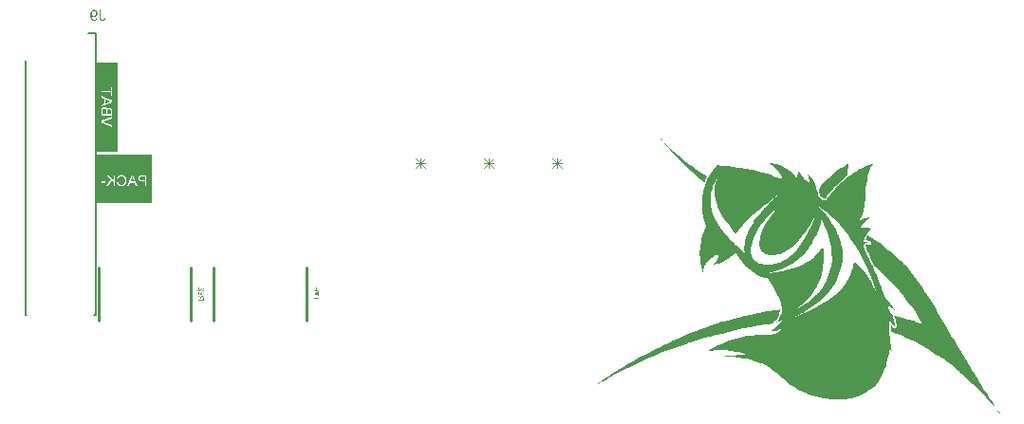
<source format=gbr>
%TF.GenerationSoftware,Altium Limited,Altium Designer,23.2.1 (34)*%
G04 Layer_Color=32896*
%FSLAX45Y45*%
%MOMM*%
%TF.SameCoordinates,A6D216B9-5917-482B-AEBE-4AF022C6986F*%
%TF.FilePolarity,Positive*%
%TF.FileFunction,Legend,Bot*%
%TF.Part,Single*%
G01*
G75*
%TA.AperFunction,NonConductor*%
%ADD41C,0.25000*%
%ADD43C,0.20000*%
%ADD44C,0.25400*%
%ADD45C,0.07620*%
G36*
X4006278Y6921500D02*
X3502914D01*
Y7353300D01*
X4006278D01*
Y6921500D01*
D02*
G37*
G36*
X3695700Y7384036D02*
X3501800D01*
Y8178801D01*
X3695700D01*
Y7384036D01*
D02*
G37*
G36*
X9538705Y7275923D02*
X9559870Y7274159D01*
X9581035Y7268868D01*
X9598673Y7263577D01*
X9614547Y7258285D01*
X9625130Y7254758D01*
X9632185Y7251230D01*
X9635712Y7249466D01*
X9655114Y7238884D01*
X9672752Y7230065D01*
X9686862Y7221246D01*
X9697444Y7212427D01*
X9706263Y7205372D01*
X9711555Y7200081D01*
X9715082Y7198317D01*
X9716846Y7196553D01*
X9734484Y7178915D01*
X9746830Y7164805D01*
X9755649Y7154222D01*
X9759177Y7152459D01*
Y7157750D01*
X9760940Y7166569D01*
X9762704Y7173624D01*
X9764468Y7175388D01*
X9767995Y7185970D01*
X9771523Y7193025D01*
X9773287Y7198317D01*
Y7200081D01*
X9778578Y7210663D01*
X9780342Y7212427D01*
Y7214191D01*
X9782106Y7207136D01*
X9783869Y7198317D01*
X9794452Y7180679D01*
X9808562Y7163041D01*
X9822673Y7145404D01*
X9838546Y7129530D01*
X9852657Y7117183D01*
X9861476Y7108364D01*
X9863239Y7104837D01*
X9865003D01*
X9866767Y7103073D01*
X9870294Y7104837D01*
X9872058Y7106600D01*
Y7117183D01*
Y7120711D01*
Y7122474D01*
X9870294Y7129530D01*
X9868531Y7136585D01*
X9866767Y7141876D01*
Y7143640D01*
X9865003Y7152459D01*
X9863239Y7161278D01*
X9859712Y7166569D01*
Y7168333D01*
X9856184Y7177152D01*
X9854420Y7182443D01*
X9852657Y7184207D01*
Y7185970D01*
X9849129Y7191262D01*
Y7193025D01*
X9865003Y7177152D01*
X9879113Y7159514D01*
X9903806Y7126002D01*
X9921444Y7092490D01*
X9933790Y7062506D01*
X9942609Y7037813D01*
X9947901Y7016648D01*
X9949664Y7009593D01*
X9951428Y7004301D01*
Y7000774D01*
Y6999010D01*
Y6986664D01*
Y6981372D01*
Y6979609D01*
X9974357Y6965498D01*
X9993759Y6953152D01*
X10002578Y6947861D01*
X10007869Y6944333D01*
X10011397Y6942569D01*
X10013160Y6940806D01*
X10034326Y6970790D01*
X10055491Y6999010D01*
X10076656Y7023703D01*
X10096058Y7046632D01*
X10111932Y7064270D01*
X10126042Y7078380D01*
X10133097Y7085435D01*
X10136625Y7088963D01*
X10159554Y7111892D01*
X10182483Y7131293D01*
X10201884Y7148931D01*
X10217758Y7161278D01*
X10231869Y7171860D01*
X10242451Y7180679D01*
X10249506Y7184207D01*
X10251270Y7185970D01*
X10286546Y7207136D01*
X10302420Y7217719D01*
X10318294Y7224774D01*
X10330640Y7231829D01*
X10339459Y7237120D01*
X10346514Y7238884D01*
X10348278Y7240648D01*
X10365916Y7247703D01*
X10380026Y7254758D01*
X10390608Y7258285D01*
X10399427Y7261813D01*
X10406482Y7265341D01*
X10411774Y7267104D01*
X10415301D01*
X10425884Y7268868D01*
X10432939Y7270632D01*
X10438230Y7272396D01*
X10439994D01*
X10424120Y7252994D01*
X10411774Y7231829D01*
X10401191Y7207136D01*
X10394136Y7184207D01*
X10388845Y7161278D01*
X10385317Y7143640D01*
Y7136585D01*
X10383553Y7133057D01*
Y7129530D01*
Y7127766D01*
X10380026Y7090727D01*
X10374734Y7055451D01*
X10372971Y7021939D01*
X10369443Y6991955D01*
X10367679Y6967262D01*
Y6947861D01*
X10365916Y6940806D01*
Y6935514D01*
Y6931987D01*
Y6930223D01*
X10362388Y6896711D01*
X10357097Y6866727D01*
X10351805Y6843798D01*
X10344750Y6824397D01*
X10339459Y6810286D01*
X10335931Y6799704D01*
X10332404Y6794412D01*
X10330640Y6792649D01*
X10321821Y6778538D01*
X10318294Y6773247D01*
Y6771483D01*
X10348278Y6782066D01*
X10362388Y6787357D01*
X10376498Y6790885D01*
X10387081Y6792649D01*
X10395900Y6794412D01*
X10401191Y6796176D01*
X10402955D01*
X10372971Y6764428D01*
X10358860Y6750318D01*
X10348278Y6736208D01*
X10339459Y6723861D01*
X10332404Y6715042D01*
X10328876Y6707987D01*
X10327112Y6706224D01*
X10364152Y6704460D01*
X10381789Y6702696D01*
X10397663Y6700932D01*
X10411774Y6697405D01*
X10422356Y6695641D01*
X10429411Y6693877D01*
X10431175D01*
X10408246Y6676239D01*
X10390608Y6656838D01*
X10376498Y6637436D01*
X10365916Y6619799D01*
X10358860Y6603925D01*
X10355333Y6591578D01*
X10351805Y6582759D01*
Y6579232D01*
Y6577468D01*
Y6573940D01*
X10357097Y6577468D01*
X10365916D01*
X10385317Y6573940D01*
X10394136Y6572177D01*
X10401191Y6570413D01*
X10405160Y6567767D01*
X10408246Y6566885D01*
X10406482D01*
X10405160Y6567767D01*
X10395900Y6570413D01*
X10387081Y6568649D01*
X10378262Y6566885D01*
X10372971Y6565121D01*
X10371207Y6563358D01*
X10362388Y6558066D01*
X10357097Y6551011D01*
X10355333Y6543956D01*
X10353569Y6542192D01*
X10365916Y6510444D01*
X10378262Y6478696D01*
X10390608Y6450476D01*
X10401191Y6425783D01*
X10411774Y6402854D01*
X10418829Y6386980D01*
X10424120Y6376397D01*
X10425884Y6374634D01*
Y6372870D01*
X10455868Y6307610D01*
X10469978Y6277626D01*
X10480561Y6249406D01*
X10491144Y6226476D01*
X10498199Y6207075D01*
X10499962Y6200020D01*
X10501726Y6194729D01*
X10503490Y6192965D01*
Y6191201D01*
X10510545Y6170036D01*
X10517600Y6152398D01*
X10524655Y6134760D01*
X10528183Y6125941D01*
X10529947Y6120650D01*
X10533474Y6117122D01*
Y6115359D01*
X10544057Y6094193D01*
X10551112Y6080083D01*
X10558167Y6069500D01*
X10559931Y6067737D01*
Y6065973D01*
X10568750Y6055390D01*
X10579332Y6041280D01*
X10588151Y6030697D01*
X10589915Y6028934D01*
X10591679Y6027170D01*
X10605789Y6009532D01*
X10616372Y5995422D01*
X10625191Y5986603D01*
X10626954Y5984839D01*
X10626955Y5983075D01*
X10635773Y5970729D01*
X10641065Y5958383D01*
X10644592Y5949564D01*
X10646356Y5947800D01*
Y5946036D01*
X10607553Y5981312D01*
X10595206Y5991894D01*
X10586388Y5997186D01*
X10579332Y6000713D01*
X10575805Y6002477D01*
X10570514D01*
Y6000713D01*
Y5997186D01*
X10572277Y5991894D01*
X10574041Y5988367D01*
X10575805Y5986603D01*
X10579333Y5979548D01*
X10582860Y5970729D01*
X10586388Y5965438D01*
X10588152Y5961910D01*
X10593443Y5951327D01*
X10598734Y5942509D01*
X10602262Y5937217D01*
X10604026Y5935453D01*
X10612844Y5916052D01*
X10619900Y5896650D01*
X10625191Y5879013D01*
X10628718Y5861375D01*
X10630482Y5847265D01*
X10632246Y5836682D01*
Y5829627D01*
Y5826099D01*
Y5822572D01*
Y5820808D01*
Y5819044D01*
X10623427Y5831391D01*
X10616372Y5840210D01*
X10611081Y5847265D01*
X10609317Y5849028D01*
X10602262Y5857847D01*
X10596970Y5863139D01*
X10591679Y5864902D01*
X10588152Y5866666D01*
X10584624Y5863139D01*
Y5861375D01*
Y5854320D01*
Y5843737D01*
Y5822572D01*
Y5811989D01*
Y5803170D01*
Y5797879D01*
Y5796115D01*
X10586388Y5760840D01*
Y5744966D01*
X10588152Y5730855D01*
Y5720273D01*
Y5711454D01*
Y5706163D01*
Y5704399D01*
X10591679Y5676178D01*
X10595207Y5653249D01*
X10598734Y5635612D01*
X10600498Y5621501D01*
X10604026Y5612682D01*
X10607553Y5605627D01*
X10609317Y5602100D01*
Y5600336D01*
X10584624Y5623265D01*
X10581096Y5587990D01*
X10575805Y5554478D01*
X10568750Y5522730D01*
X10559931Y5492746D01*
X10552876Y5466289D01*
X10544057Y5441596D01*
X10533474Y5418667D01*
X10524656Y5399266D01*
X10515837Y5381628D01*
X10507018Y5365754D01*
X10499963Y5351644D01*
X10492908Y5341061D01*
X10487616Y5332242D01*
X10482325Y5326951D01*
X10480561Y5323423D01*
X10478797Y5321659D01*
X10461160Y5302258D01*
X10443522Y5284620D01*
X10406483Y5254636D01*
X10369443Y5229943D01*
X10334168Y5212305D01*
X10302420Y5198195D01*
X10288310Y5192904D01*
X10277727Y5189376D01*
X10267144Y5185849D01*
X10260089Y5184085D01*
X10256562Y5182321D01*
X10254798D01*
X10224814Y5177030D01*
X10196593Y5173502D01*
X10138389Y5169974D01*
X10083712Y5171738D01*
X10057255Y5173502D01*
X10032562Y5177030D01*
X10011397Y5178793D01*
X9990231Y5182321D01*
X9972594Y5185848D01*
X9956720Y5189376D01*
X9946137Y5192904D01*
X9935554Y5194667D01*
X9930263Y5196431D01*
X9928499D01*
X9896751Y5205250D01*
X9866767Y5215833D01*
X9840311Y5226415D01*
X9813854Y5236998D01*
X9790925Y5247581D01*
X9769759Y5259927D01*
X9750358Y5270510D01*
X9732720Y5281092D01*
X9716846Y5289911D01*
X9702736Y5298730D01*
X9692153Y5307549D01*
X9681571Y5314604D01*
X9674516Y5319895D01*
X9669224Y5325187D01*
X9667460Y5326950D01*
X9665697Y5328714D01*
X9635713Y5355171D01*
X9605728Y5381628D01*
X9577508Y5404557D01*
X9552815Y5425722D01*
X9529886Y5441596D01*
X9512248Y5455706D01*
X9506957Y5459234D01*
X9501666Y5462761D01*
X9499902Y5466289D01*
X9498138D01*
X9480500Y5475108D01*
X9462862Y5483927D01*
X9455807Y5485690D01*
X9452280Y5489218D01*
X9448752Y5490982D01*
X9446988D01*
X9434642Y5494509D01*
X9424059Y5499801D01*
X9415241Y5501564D01*
X9411713Y5503328D01*
X9376437Y5513911D01*
X9342926Y5524493D01*
X9311178Y5531548D01*
X9281194Y5538604D01*
X9252973Y5543895D01*
X9226516Y5547422D01*
X9203587Y5550950D01*
X9180658Y5552714D01*
X9159493Y5554478D01*
X9104816D01*
X9095997Y5552714D01*
X9090706D01*
X9143619Y5559769D01*
X9168312Y5561533D01*
X9189477Y5563296D01*
X9208879D01*
X9222989Y5565060D01*
X9318233D01*
X9304123Y5572115D01*
X9290012Y5577407D01*
X9279430Y5580934D01*
X9277666Y5582698D01*
X9275902D01*
X9224753Y5596808D01*
X9171839Y5605627D01*
X9118926Y5609155D01*
X9069540D01*
X9048375Y5607391D01*
X9027210D01*
X9009572Y5605627D01*
X8993698Y5603863D01*
X8981352Y5602100D01*
X8970769D01*
X8965478Y5600336D01*
X8963714D01*
X8993698Y5617974D01*
X9023682Y5635611D01*
X9051903Y5649721D01*
X9076596Y5662068D01*
X9097761Y5672651D01*
X9113635Y5679706D01*
X9124217Y5684997D01*
X9125981Y5686761D01*
X9127745D01*
X9187713Y5707926D01*
X9251209Y5723800D01*
X9311178Y5734383D01*
X9339398Y5737910D01*
X9367619Y5741438D01*
X9392311Y5743202D01*
X9417004Y5744965D01*
X9436406D01*
X9454044Y5746729D01*
X9489319D01*
X9526358Y5748493D01*
X9556343Y5755548D01*
X9581035Y5766131D01*
X9598673Y5776713D01*
X9612783Y5787296D01*
X9623366Y5797879D01*
X9628657Y5804934D01*
X9630421Y5806698D01*
X9611020Y5794351D01*
X9591618Y5787296D01*
X9573980Y5783768D01*
X9538705D01*
X9526358Y5787296D01*
X9519303Y5789060D01*
X9522831D01*
X9531650Y5790824D01*
X9538705Y5796115D01*
X9549287Y5801406D01*
X9566925Y5815516D01*
X9586327Y5833154D01*
X9603965Y5850792D01*
X9618075Y5864902D01*
X9626894Y5877249D01*
X9628657Y5879012D01*
X9630421Y5880776D01*
X9623366Y5877249D01*
X9616311Y5873721D01*
X9612783Y5871957D01*
X9611020D01*
X9596909Y5864902D01*
X9582799Y5861375D01*
X9573980Y5859611D01*
X9570453D01*
X9577508Y5861375D01*
X9582799Y5866666D01*
X9593382Y5877249D01*
X9600437Y5887831D01*
X9603965Y5889595D01*
Y5891359D01*
X9612783Y5914288D01*
X9618075Y5935453D01*
X9621602Y5944272D01*
Y5951327D01*
X9623366Y5954855D01*
Y5956619D01*
Y5968965D01*
Y5974256D01*
Y5976020D01*
X9621602Y5995422D01*
X9619838Y6013059D01*
X9618074Y6020114D01*
Y6025406D01*
X9616311Y6028933D01*
Y6030697D01*
X9596909Y6073028D01*
X9577508Y6115358D01*
X9558106Y6152398D01*
X9538705Y6185909D01*
X9521067Y6214130D01*
X9514012Y6226476D01*
X9508720Y6235295D01*
X9503429Y6244114D01*
X9499901Y6249405D01*
X9496374Y6252933D01*
Y6254697D01*
X9471681Y6256460D01*
X9448752Y6261752D01*
X9425823Y6270571D01*
X9404658Y6279390D01*
X9367618Y6304082D01*
X9334107Y6330539D01*
X9307650Y6356996D01*
X9297067Y6367578D01*
X9286485Y6378161D01*
X9279429Y6388744D01*
X9274138Y6395799D01*
X9272374Y6399326D01*
X9270611Y6401090D01*
X9247682Y6434602D01*
X9238863Y6448712D01*
X9230044Y6461058D01*
X9221225Y6471641D01*
X9215934Y6478696D01*
X9212406Y6483988D01*
X9210642Y6485751D01*
X9201823Y6478696D01*
X9198296Y6475169D01*
X9173603Y6450476D01*
X9150674Y6432838D01*
X9140091Y6425783D01*
X9133036Y6420492D01*
X9127745Y6416964D01*
X9125981Y6415200D01*
X9080123Y6394035D01*
X9057194Y6385216D01*
X9037792Y6378161D01*
X9021918Y6372870D01*
X9007808Y6369342D01*
X9000753Y6365815D01*
X8997225D01*
X9009572Y6374633D01*
X9021918Y6385216D01*
X9030737Y6395799D01*
X9037792Y6404618D01*
X9044847Y6413437D01*
X9048375Y6420492D01*
X9050139Y6425783D01*
X9051902Y6427547D01*
X9055430Y6439893D01*
X9057194Y6452240D01*
X9058957Y6459295D01*
Y6462822D01*
X9036028Y6455767D01*
X9016627Y6446948D01*
X8998989Y6436366D01*
X8984879Y6427547D01*
X8972532Y6416964D01*
X8963714Y6408145D01*
X8958422Y6402854D01*
X8956658Y6401090D01*
X8944312Y6383452D01*
X8935493Y6365815D01*
X8930202Y6349941D01*
X8924911Y6334067D01*
X8923147Y6319956D01*
X8921383Y6309374D01*
Y6302319D01*
Y6300555D01*
Y6297027D01*
Y6293500D01*
Y6289972D01*
Y6288208D01*
X8912564Y6321720D01*
X8905509Y6355232D01*
X8900218Y6386980D01*
X8896690Y6415200D01*
X8894926Y6438129D01*
X8893163Y6457531D01*
Y6464586D01*
Y6469877D01*
Y6471641D01*
Y6473405D01*
X8894926Y6519263D01*
X8896690Y6538665D01*
X8900218Y6558066D01*
X8901981Y6572176D01*
X8905509Y6584523D01*
X8907273Y6593342D01*
Y6595105D01*
X8917855Y6633908D01*
X8923147Y6653310D01*
X8930202Y6669184D01*
X8933729Y6681530D01*
X8939021Y6692113D01*
X8940785Y6699168D01*
X8942548Y6700932D01*
X8944312Y6702696D01*
Y6704460D01*
Y6706223D01*
X8947840Y6711515D01*
X8949603Y6713278D01*
X8937257Y6746790D01*
X8931966Y6759137D01*
X8928438Y6773247D01*
X8923147Y6799703D01*
X8921383Y6812050D01*
X8919619Y6822633D01*
X8917855Y6829688D01*
Y6831451D01*
X8912564Y6873782D01*
Y6894947D01*
Y6914349D01*
Y6930223D01*
Y6942569D01*
Y6949624D01*
Y6953152D01*
X8914328Y6979609D01*
X8919619Y7004301D01*
X8924911Y7030758D01*
X8930202Y7053687D01*
X8937257Y7073089D01*
X8942548Y7088963D01*
X8946076Y7099545D01*
X8947840Y7101309D01*
Y7103073D01*
X8960186Y7133057D01*
X8976060Y7163041D01*
X8991934Y7189498D01*
X9006044Y7212427D01*
X9020154Y7231829D01*
X9030737Y7245939D01*
X9037792Y7254758D01*
X9041320Y7258285D01*
X9094233Y7254758D01*
X9143619Y7251230D01*
X9191241Y7245939D01*
X9233571Y7240647D01*
X9252973Y7237120D01*
X9268847Y7235356D01*
X9282957Y7231829D01*
X9297067Y7230065D01*
X9305886Y7228301D01*
X9312941D01*
X9318233Y7226537D01*
X9319996D01*
X9337634Y7221246D01*
X9367618Y7215955D01*
X9395839Y7208899D01*
X9422295Y7201844D01*
X9445224Y7196553D01*
X9466390Y7191262D01*
X9480500Y7187734D01*
X9491083Y7185970D01*
X9492846Y7184207D01*
X9494610D01*
X9526358Y7173624D01*
X9540468Y7168333D01*
X9551051Y7163041D01*
X9561634Y7159514D01*
X9568689Y7155986D01*
X9573980Y7154222D01*
X9575744D01*
X9589854Y7148931D01*
X9603964Y7143640D01*
X9614547Y7140112D01*
X9616311Y7138348D01*
X9618074D01*
X9623366Y7147167D01*
X9625130Y7148931D01*
Y7150695D01*
X9623366Y7159514D01*
X9619838Y7170096D01*
X9609256Y7187734D01*
X9603964Y7194789D01*
X9600437Y7201844D01*
X9596909Y7205372D01*
X9595145Y7207136D01*
X9584563Y7219482D01*
X9575744Y7228301D01*
X9559870Y7244175D01*
X9551051Y7251230D01*
X9547523Y7254758D01*
X9535177Y7263577D01*
X9524594Y7272395D01*
X9517539Y7275923D01*
X9515775Y7277687D01*
X9538705Y7275923D01*
D02*
G37*
G36*
X8556281Y7485812D02*
X8591557Y7450537D01*
X8626832Y7415261D01*
X8663872Y7379985D01*
X8699147Y7348238D01*
X8736186Y7318253D01*
X8771462Y7291797D01*
X8804974Y7265340D01*
X8836722Y7242411D01*
X8864942Y7221246D01*
X8891399Y7203608D01*
X8912564Y7189498D01*
X8931966Y7177152D01*
X8944312Y7168333D01*
X8953131Y7163041D01*
X8956658Y7161278D01*
X8947840Y7140112D01*
X8939021Y7124238D01*
X8937257Y7117183D01*
X8933729Y7111892D01*
X8931966Y7108364D01*
Y7106600D01*
X8896690Y7134821D01*
X8859651Y7166569D01*
X8822612Y7200081D01*
X8787336Y7233592D01*
X8718549Y7302379D01*
X8686801Y7337655D01*
X8655053Y7371167D01*
X8626832Y7401151D01*
X8602140Y7431135D01*
X8579210Y7457592D01*
X8559809Y7480521D01*
X8543935Y7498158D01*
X8533352Y7512269D01*
X8524533Y7521088D01*
X8522769Y7524615D01*
X8556281Y7485812D01*
D02*
G37*
G36*
X10207176Y7173624D02*
X10205412Y7168333D01*
X10159554Y7126002D01*
X10124278Y7094254D01*
X10108404Y7080144D01*
X10094294Y7064270D01*
X10081948Y7051923D01*
X10073129Y7041341D01*
X10066074Y7034286D01*
X10064310Y7032522D01*
X10048436Y7014884D01*
X10036089Y6999010D01*
X10025507Y6984900D01*
X10020215Y6974317D01*
X10016688Y6965498D01*
X10014924Y6960207D01*
X10013160Y6956680D01*
Y6954916D01*
X9960247Y6986664D01*
Y6995483D01*
Y6997246D01*
Y6999010D01*
X9958483Y7014884D01*
X9956719Y7028994D01*
X9954956Y7037813D01*
X9953192Y7039577D01*
Y7041341D01*
Y7046632D01*
X9954956Y7053687D01*
X9960247Y7060742D01*
X9965538Y7069561D01*
X9970830Y7076616D01*
X9976121Y7083671D01*
X9979649Y7087199D01*
X9981412Y7088963D01*
X9993759Y7103073D01*
X10009633Y7118947D01*
X10041381Y7147167D01*
X10055491Y7159514D01*
X10067837Y7168333D01*
X10074892Y7175388D01*
X10078420Y7177152D01*
X10127806Y7215955D01*
X10150735Y7233592D01*
X10171900Y7249466D01*
X10191302Y7261813D01*
X10207176Y7272395D01*
X10215995Y7279451D01*
X10217758Y7281214D01*
X10219522D01*
X10207176Y7173624D01*
D02*
G37*
G36*
X10459396Y6591578D02*
X10521128Y6547484D01*
X10551112Y6526318D01*
X10577569Y6503389D01*
X10604025Y6482224D01*
X10626954Y6462822D01*
X10648120Y6443421D01*
X10667521Y6425783D01*
X10683395Y6409909D01*
X10697505Y6395799D01*
X10708088Y6385216D01*
X10715143Y6376397D01*
X10720434Y6371106D01*
X10722198Y6369342D01*
X10748655Y6339358D01*
X10775112Y6307610D01*
X10828025Y6238823D01*
X10875647Y6171799D01*
X10898576Y6138288D01*
X10919741Y6106540D01*
X10939143Y6076556D01*
X10956780Y6048335D01*
X10970891Y6023642D01*
X10985001Y6002477D01*
X10995584Y5984839D01*
X11002639Y5970729D01*
X11007930Y5963674D01*
X11009694Y5960146D01*
X11043206Y5901942D01*
X11074954Y5847265D01*
X11106702Y5792588D01*
X11136686Y5741438D01*
X11166670Y5692052D01*
X11194890Y5642667D01*
X11223111Y5596808D01*
X11249568Y5552714D01*
X11274260Y5510383D01*
X11298953Y5469817D01*
X11321882Y5431014D01*
X11344811Y5395738D01*
X11365977Y5360462D01*
X11387142Y5326951D01*
X11406544Y5295203D01*
X11424181Y5266982D01*
X11441819Y5238762D01*
X11459457Y5214069D01*
X11473567Y5189376D01*
X11487677Y5168211D01*
X11501788Y5147046D01*
X11512370Y5129408D01*
X11522953Y5111770D01*
X11533535Y5097660D01*
X11542354Y5083550D01*
X11549409Y5072967D01*
X11556465Y5062384D01*
X11561756Y5055329D01*
X11568811Y5044747D01*
X11570575Y5041219D01*
X11530008Y5095896D01*
X11512370Y5118825D01*
X11491205Y5141754D01*
X11470040Y5166447D01*
X11448874Y5189376D01*
X11429473Y5210542D01*
X11413599Y5226416D01*
X11403016Y5236998D01*
X11401252Y5238762D01*
X11399489Y5240526D01*
X11365977Y5274037D01*
X11330701Y5307549D01*
X11297189Y5339297D01*
X11267205Y5367518D01*
X11240749Y5392210D01*
X11228402Y5402793D01*
X11219583Y5411612D01*
X11210764Y5418667D01*
X11205473Y5423958D01*
X11201946Y5425722D01*
X11200182Y5427486D01*
X11156087Y5464525D01*
X11110229Y5498037D01*
X11064371Y5531549D01*
X11020277Y5559769D01*
X11000875Y5572116D01*
X10983237Y5584462D01*
X10967363Y5595045D01*
X10953253Y5603864D01*
X10942671Y5610919D01*
X10933852Y5616210D01*
X10928560Y5617974D01*
X10926797Y5619738D01*
X10866828Y5655013D01*
X10808624Y5684997D01*
X10752183Y5711454D01*
X10727490Y5723800D01*
X10702797Y5734383D01*
X10681632Y5743202D01*
X10662230Y5752021D01*
X10644592Y5759076D01*
X10628718Y5764367D01*
X10616372Y5769659D01*
X10607553Y5773186D01*
X10602262Y5774950D01*
X10600498D01*
Y5783769D01*
Y5785532D01*
Y5787296D01*
Y5796115D01*
Y5799643D01*
Y5815517D01*
Y5827863D01*
Y5836682D01*
Y5838446D01*
X10609317Y5826099D01*
X10614608Y5817280D01*
X10618136Y5813753D01*
X10619900Y5811989D01*
X10621663Y5808462D01*
X10626955Y5806698D01*
X10630482Y5804934D01*
X10634010D01*
X10641065Y5808462D01*
X10644592Y5813753D01*
X10646356Y5817280D01*
Y5819044D01*
Y5826099D01*
Y5829627D01*
X10642829Y5863139D01*
X10641065Y5877249D01*
X10637537Y5891359D01*
X10634010Y5901942D01*
X10632246Y5908997D01*
X10628718Y5914288D01*
Y5916052D01*
X10676340Y5905469D01*
X10720435Y5894887D01*
X10762765Y5882540D01*
X10799805Y5870194D01*
X10817442Y5864902D01*
X10831553Y5859611D01*
X10845663Y5856084D01*
X10856245Y5850792D01*
X10865064Y5849028D01*
X10872119Y5845501D01*
X10875647Y5843737D01*
X10877411D01*
X10847427Y5896650D01*
X10815679Y5947800D01*
X10782167Y5998949D01*
X10746891Y6046571D01*
X10711616Y6092430D01*
X10674576Y6136524D01*
X10639301Y6177091D01*
X10604025Y6214130D01*
X10572277Y6247642D01*
X10542293Y6277626D01*
X10514073Y6305846D01*
X10491144Y6327012D01*
X10469978Y6344649D01*
X10455868Y6358760D01*
X10447049Y6365815D01*
X10443522Y6369342D01*
X10441758Y6371106D01*
Y6372870D01*
X10439994Y6376397D01*
X10438230Y6379925D01*
Y6381689D01*
X10424120Y6411673D01*
X10411774Y6439893D01*
X10401191Y6468114D01*
X10390608Y6491043D01*
X10381789Y6512208D01*
X10376498Y6528082D01*
X10372971Y6538665D01*
X10371207Y6542192D01*
Y6545720D01*
Y6547484D01*
X10378262Y6551011D01*
X10385317Y6552775D01*
X10408246D01*
X10415301Y6554539D01*
X10418829Y6558066D01*
X10420593Y6559830D01*
Y6561594D01*
X10424120Y6565121D01*
Y6566885D01*
X10422356Y6573940D01*
X10418829Y6579232D01*
X10415301Y6580995D01*
X10413537Y6582759D01*
X10397663Y6588051D01*
X10383553Y6591578D01*
X10372971Y6595106D01*
X10369443D01*
X10376498Y6610980D01*
X10381789Y6623326D01*
X10388845Y6630381D01*
X10390608Y6633909D01*
X10459396Y6591578D01*
D02*
G37*
G36*
X9607492Y5963674D02*
Y5960146D01*
Y5958382D01*
X9603965Y5937217D01*
X9598673Y5919579D01*
X9595146Y5912524D01*
X9593382Y5907233D01*
X9591618Y5905469D01*
Y5903705D01*
X9586327Y5894886D01*
X9582799Y5887831D01*
X9573980Y5879012D01*
X9570453Y5875485D01*
X9568689Y5873721D01*
X9563398D01*
X9556343Y5871957D01*
X9552815Y5866666D01*
X9551051Y5861375D01*
Y5859611D01*
Y5854320D01*
X9552815Y5850792D01*
X9554579Y5847264D01*
X9556343D01*
X9485792Y5838446D01*
X9417004Y5827863D01*
X9348217Y5815516D01*
X9279430Y5803170D01*
X9214170Y5789060D01*
X9148910Y5773186D01*
X9088942Y5759076D01*
X9032501Y5744965D01*
X8979588Y5730855D01*
X8931966Y5718509D01*
X8889635Y5706162D01*
X8854360Y5695580D01*
X8838486Y5690288D01*
X8824376Y5686761D01*
X8813793Y5683233D01*
X8803210Y5679706D01*
X8796155Y5677942D01*
X8790864Y5676178D01*
X8787336Y5674414D01*
X8785572D01*
X8709730Y5647957D01*
X8635652Y5621501D01*
X8561573Y5591517D01*
X8491022Y5561532D01*
X8420471Y5531548D01*
X8353447Y5499800D01*
X8289951Y5469816D01*
X8231747Y5441596D01*
X8177070Y5413375D01*
X8127684Y5388682D01*
X8083590Y5365753D01*
X8065952Y5355171D01*
X8048314Y5344588D01*
X8032440Y5335769D01*
X8018330Y5328714D01*
X8005983Y5321659D01*
X7995401Y5316368D01*
X7988346Y5311076D01*
X7983054Y5309312D01*
X7979527Y5305785D01*
X7977763D01*
X8062424Y5365753D01*
X8078298Y5378100D01*
X8095936Y5388682D01*
X8134739Y5415139D01*
X8175306Y5439832D01*
X8214109Y5462761D01*
X8249385Y5483926D01*
X8263495Y5492745D01*
X8277605Y5501564D01*
X8288188Y5506855D01*
X8297007Y5512147D01*
X8302298Y5513910D01*
X8304062Y5515674D01*
X8364030Y5549186D01*
X8425762Y5580934D01*
X8485731Y5610918D01*
X8513951Y5625028D01*
X8540408Y5639139D01*
X8565100Y5651485D01*
X8586266Y5662068D01*
X8607431Y5670887D01*
X8623305Y5679705D01*
X8637415Y5686761D01*
X8647998Y5692052D01*
X8655053Y5693816D01*
X8656817Y5695579D01*
X8732659Y5729091D01*
X8808502Y5762603D01*
X8884344Y5790824D01*
X8921383Y5804934D01*
X8954895Y5817280D01*
X8986643Y5827863D01*
X9016627Y5838446D01*
X9043084Y5847264D01*
X9064249Y5854320D01*
X9083651Y5861375D01*
X9095997Y5864902D01*
X9104816Y5868430D01*
X9108343D01*
X9203587Y5894886D01*
X9293540Y5917815D01*
X9337634Y5928398D01*
X9378201Y5935453D01*
X9417004Y5944272D01*
X9454044Y5949563D01*
X9487555Y5956619D01*
X9517540Y5960146D01*
X9543996Y5963674D01*
X9565161Y5967201D01*
X9582799Y5968965D01*
X9596909Y5970729D01*
X9603965Y5972492D01*
X9607492D01*
Y5963674D01*
D02*
G37*
G36*
X3490647Y8647379D02*
X3492866Y8647062D01*
X3495085Y8646640D01*
X3497198Y8646111D01*
X3499100Y8645372D01*
X3500896Y8644632D01*
X3502587Y8643787D01*
X3504066Y8642941D01*
X3505440Y8642096D01*
X3506602Y8641251D01*
X3507659Y8640511D01*
X3508504Y8639771D01*
X3509138Y8639243D01*
X3509666Y8638820D01*
X3509983Y8638503D01*
X3510089Y8638398D01*
X3511568Y8636601D01*
X3512942Y8634805D01*
X3514104Y8632798D01*
X3515055Y8630790D01*
X3515901Y8628888D01*
X3516640Y8626880D01*
X3517168Y8624873D01*
X3517697Y8623076D01*
X3518014Y8621280D01*
X3518331Y8619695D01*
X3518436Y8618216D01*
X3518648Y8616948D01*
Y8615997D01*
X3518753Y8615152D01*
Y8614729D01*
Y8614518D01*
X3518648Y8611876D01*
X3518436Y8609446D01*
X3518014Y8607016D01*
X3517485Y8604797D01*
X3516851Y8602789D01*
X3516112Y8600887D01*
X3515372Y8599091D01*
X3514527Y8597611D01*
X3513787Y8596132D01*
X3513048Y8594864D01*
X3512308Y8593808D01*
X3511674Y8592962D01*
X3511146Y8592328D01*
X3510723Y8591800D01*
X3510512Y8591483D01*
X3510406Y8591377D01*
X3508821Y8589898D01*
X3507130Y8588524D01*
X3505440Y8587362D01*
X3503643Y8586411D01*
X3501953Y8585566D01*
X3500262Y8584826D01*
X3498677Y8584298D01*
X3497092Y8583769D01*
X3495613Y8583452D01*
X3494239Y8583135D01*
X3493077Y8583030D01*
X3492020Y8582818D01*
X3491175D01*
X3490541Y8582713D01*
X3490013D01*
X3487371Y8582818D01*
X3484835Y8583241D01*
X3482511Y8583769D01*
X3480503Y8584509D01*
X3478812Y8585143D01*
X3478178Y8585354D01*
X3477544Y8585671D01*
X3477122Y8585883D01*
X3476805Y8586094D01*
X3476594Y8586200D01*
X3476488D01*
X3474269Y8587679D01*
X3472367Y8589158D01*
X3470676Y8590743D01*
X3469197Y8592223D01*
X3468140Y8593491D01*
X3467295Y8594547D01*
X3466978Y8594970D01*
X3466872Y8595287D01*
X3466661Y8595393D01*
Y8594442D01*
Y8593702D01*
Y8593279D01*
Y8593068D01*
X3466767Y8590321D01*
X3466978Y8587679D01*
X3467189Y8585249D01*
X3467506Y8583030D01*
X3467718Y8582079D01*
X3467929Y8581128D01*
X3468035Y8580388D01*
X3468140Y8579754D01*
X3468246Y8579226D01*
X3468352Y8578803D01*
X3468457Y8578592D01*
Y8578486D01*
X3469197Y8575950D01*
X3469937Y8573626D01*
X3470676Y8571724D01*
X3471310Y8570139D01*
X3471944Y8568765D01*
X3472473Y8567814D01*
X3472790Y8567286D01*
X3472895Y8567075D01*
X3473952Y8565595D01*
X3475114Y8564222D01*
X3476277Y8563059D01*
X3477333Y8562108D01*
X3478284Y8561369D01*
X3479024Y8560735D01*
X3479552Y8560418D01*
X3479763Y8560312D01*
X3481348Y8559467D01*
X3483039Y8558938D01*
X3484624Y8558516D01*
X3486103Y8558199D01*
X3487371Y8557987D01*
X3488428Y8557882D01*
X3489379D01*
X3491703Y8557987D01*
X3493711Y8558410D01*
X3495507Y8559044D01*
X3497092Y8559678D01*
X3498255Y8560312D01*
X3499206Y8560946D01*
X3499734Y8561369D01*
X3499945Y8561474D01*
X3500685Y8562214D01*
X3501319Y8563059D01*
X3502587Y8564856D01*
X3503538Y8566758D01*
X3504277Y8568660D01*
X3504806Y8570456D01*
X3505017Y8571195D01*
X3505123Y8571829D01*
X3505334Y8572463D01*
Y8572886D01*
X3505440Y8573097D01*
Y8573203D01*
X3516957Y8572252D01*
X3516640Y8570139D01*
X3516218Y8568131D01*
X3515689Y8566335D01*
X3515055Y8564644D01*
X3514316Y8563059D01*
X3513682Y8561580D01*
X3512942Y8560206D01*
X3512202Y8559044D01*
X3511463Y8557987D01*
X3510723Y8557036D01*
X3510089Y8556191D01*
X3509561Y8555557D01*
X3509032Y8555029D01*
X3508715Y8554712D01*
X3508504Y8554501D01*
X3508398Y8554395D01*
X3507025Y8553233D01*
X3505545Y8552282D01*
X3503960Y8551436D01*
X3502376Y8550697D01*
X3500791Y8550168D01*
X3499311Y8549640D01*
X3496353Y8548900D01*
X3494979Y8548583D01*
X3493711Y8548372D01*
X3492549Y8548266D01*
X3491598Y8548161D01*
X3490752Y8548055D01*
X3489696D01*
X3487688Y8548161D01*
X3485786Y8548266D01*
X3482194Y8548900D01*
X3480503Y8549429D01*
X3479024Y8549851D01*
X3477544Y8550380D01*
X3476277Y8550908D01*
X3475009Y8551436D01*
X3473952Y8551965D01*
X3473107Y8552493D01*
X3472261Y8552916D01*
X3471733Y8553233D01*
X3471205Y8553550D01*
X3470993Y8553655D01*
X3470888Y8553761D01*
X3469408Y8554923D01*
X3468035Y8556191D01*
X3465604Y8558833D01*
X3463491Y8561686D01*
X3461801Y8564327D01*
X3461167Y8565595D01*
X3460533Y8566758D01*
X3460004Y8567814D01*
X3459582Y8568765D01*
X3459265Y8569505D01*
X3459053Y8570033D01*
X3458842Y8570456D01*
Y8570561D01*
X3458102Y8572780D01*
X3457468Y8574999D01*
X3456412Y8579860D01*
X3455672Y8584826D01*
X3455461Y8587256D01*
X3455249Y8589581D01*
X3455038Y8591800D01*
X3454932Y8593808D01*
X3454827Y8595710D01*
Y8597294D01*
X3454721Y8598562D01*
Y8599513D01*
Y8600147D01*
Y8600359D01*
Y8603634D01*
X3454932Y8606699D01*
X3455144Y8609551D01*
X3455355Y8612193D01*
X3455672Y8614623D01*
X3455989Y8616948D01*
X3456412Y8618956D01*
X3456729Y8620752D01*
X3457151Y8622442D01*
X3457574Y8623816D01*
X3457891Y8624978D01*
X3458208Y8625929D01*
X3458419Y8626775D01*
X3458631Y8627303D01*
X3458842Y8627620D01*
Y8627726D01*
X3459687Y8629416D01*
X3460533Y8631107D01*
X3461484Y8632586D01*
X3462435Y8634066D01*
X3463491Y8635334D01*
X3464442Y8636496D01*
X3465499Y8637658D01*
X3466450Y8638609D01*
X3467295Y8639454D01*
X3468140Y8640194D01*
X3468880Y8640828D01*
X3469620Y8641356D01*
X3470148Y8641779D01*
X3470571Y8642096D01*
X3470782Y8642202D01*
X3470888Y8642307D01*
X3472367Y8643258D01*
X3473846Y8643998D01*
X3475431Y8644738D01*
X3476910Y8645266D01*
X3479763Y8646217D01*
X3482511Y8646851D01*
X3483673Y8647062D01*
X3484835Y8647168D01*
X3485786Y8647379D01*
X3486632D01*
X3487266Y8647485D01*
X3488217D01*
X3490647Y8647379D01*
D02*
G37*
G36*
X3547917Y8579966D02*
Y8578486D01*
X3548022Y8577007D01*
X3548128Y8574577D01*
X3548339Y8572463D01*
X3548551Y8570773D01*
X3548868Y8569505D01*
X3549079Y8568554D01*
X3549185Y8568026D01*
X3549290Y8567814D01*
X3549924Y8566441D01*
X3550664Y8565278D01*
X3551509Y8564222D01*
X3552249Y8563376D01*
X3553094Y8562742D01*
X3553623Y8562214D01*
X3554045Y8561897D01*
X3554257Y8561791D01*
X3555630Y8561052D01*
X3557004Y8560523D01*
X3558377Y8560101D01*
X3559751Y8559889D01*
X3560913Y8559678D01*
X3561759Y8559572D01*
X3562604D01*
X3564929Y8559784D01*
X3566936Y8560206D01*
X3568733Y8560840D01*
X3570212Y8561580D01*
X3571374Y8562320D01*
X3572219Y8562954D01*
X3572748Y8563376D01*
X3572959Y8563588D01*
X3573593Y8564433D01*
X3574227Y8565384D01*
X3574755Y8566546D01*
X3575178Y8567709D01*
X3575918Y8570244D01*
X3576446Y8572780D01*
X3576763Y8575105D01*
X3576869Y8576162D01*
X3576974Y8577113D01*
Y8577852D01*
X3577080Y8578381D01*
Y8578803D01*
Y8578909D01*
X3588703Y8577218D01*
Y8574577D01*
X3588492Y8572146D01*
X3588175Y8569822D01*
X3587858Y8567709D01*
X3587329Y8565701D01*
X3586801Y8563905D01*
X3586167Y8562320D01*
X3585639Y8560840D01*
X3585005Y8559572D01*
X3584371Y8558410D01*
X3583842Y8557459D01*
X3583314Y8556719D01*
X3582891Y8556086D01*
X3582574Y8555663D01*
X3582363Y8555452D01*
X3582258Y8555346D01*
X3580884Y8554078D01*
X3579405Y8552916D01*
X3577925Y8551965D01*
X3576235Y8551119D01*
X3574650Y8550380D01*
X3572959Y8549851D01*
X3571374Y8549323D01*
X3569789Y8549006D01*
X3568310Y8548689D01*
X3566936Y8548478D01*
X3565668Y8548266D01*
X3564612Y8548161D01*
X3563766Y8548055D01*
X3562498D01*
X3559328Y8548161D01*
X3556475Y8548583D01*
X3553940Y8549112D01*
X3551721Y8549851D01*
X3550770Y8550168D01*
X3549924Y8550485D01*
X3549185Y8550697D01*
X3548656Y8551014D01*
X3548128Y8551225D01*
X3547811Y8551436D01*
X3547600Y8551542D01*
X3547494D01*
X3545275Y8553021D01*
X3543267Y8554606D01*
X3541683Y8556297D01*
X3540415Y8557882D01*
X3539358Y8559361D01*
X3538618Y8560629D01*
X3538407Y8561052D01*
X3538196Y8561369D01*
X3538090Y8561580D01*
Y8561686D01*
X3537562Y8563059D01*
X3537033Y8564433D01*
X3536294Y8567497D01*
X3535765Y8570667D01*
X3535448Y8573731D01*
X3535237Y8575105D01*
X3535131Y8576479D01*
Y8577641D01*
X3535026Y8578698D01*
Y8579543D01*
Y8580177D01*
Y8580600D01*
Y8580705D01*
Y8647168D01*
X3547917D01*
Y8579966D01*
D02*
G37*
G36*
X4428434Y6167160D02*
X4427374Y6143145D01*
X4428572Y6143938D01*
X4429118Y6144337D01*
X4429612Y6144738D01*
X4430051Y6145089D01*
X4430379Y6145339D01*
X4430599Y6145541D01*
X4430655Y6145591D01*
X4430985Y6145894D01*
X4431426Y6146298D01*
X4431869Y6146754D01*
X4432368Y6147261D01*
X4433472Y6148322D01*
X4434526Y6149439D01*
X4435525Y6150506D01*
X4435969Y6150962D01*
X4436359Y6151421D01*
X4436690Y6151724D01*
X4436915Y6152031D01*
X4437080Y6152182D01*
X4437135Y6152233D01*
X4438189Y6153350D01*
X4439188Y6154416D01*
X4440077Y6155382D01*
X4440961Y6156242D01*
X4441737Y6157053D01*
X4442509Y6157760D01*
X4443172Y6158418D01*
X4443781Y6159026D01*
X4444279Y6159533D01*
X4444773Y6159934D01*
X4445159Y6160287D01*
X4445489Y6160590D01*
X4445763Y6160789D01*
X4445930Y6160993D01*
X4446038Y6161042D01*
X4446093Y6161092D01*
X4447299Y6162044D01*
X4448389Y6162789D01*
X4449423Y6163430D01*
X4450345Y6163971D01*
X4451103Y6164361D01*
X4451697Y6164652D01*
X4451913Y6164748D01*
X4452074Y6164794D01*
X4452129Y6164845D01*
X4452182Y6164842D01*
X4453256Y6165218D01*
X4454323Y6165435D01*
X4455283Y6165604D01*
X4456187Y6165723D01*
X4456931Y6165796D01*
X4457514Y6165823D01*
X4457725Y6165814D01*
X4457883Y6165807D01*
X4457936Y6165805D01*
X4457989Y6165802D01*
X4459042Y6165703D01*
X4460040Y6165553D01*
X4460981Y6165300D01*
X4461919Y6164994D01*
X4462750Y6164640D01*
X4463525Y6164236D01*
X4464248Y6163834D01*
X4464865Y6163436D01*
X4465482Y6163039D01*
X4465993Y6162646D01*
X4466452Y6162256D01*
X4466807Y6161923D01*
X4467060Y6161647D01*
X4467314Y6161424D01*
X4467415Y6161314D01*
X4467466Y6161259D01*
X4468117Y6160437D01*
X4468660Y6159567D01*
X4469148Y6158646D01*
X4469582Y6157675D01*
X4469911Y6156762D01*
X4470186Y6155798D01*
X4470410Y6154889D01*
X4470582Y6153982D01*
X4470705Y6153184D01*
X4470776Y6152387D01*
X4470851Y6151696D01*
X4470878Y6151113D01*
X4470910Y6150636D01*
X4470880Y6149950D01*
X4470771Y6148685D01*
X4470612Y6147476D01*
X4470405Y6146375D01*
X4470094Y6145331D01*
X4469786Y6144340D01*
X4469430Y6143456D01*
X4469076Y6142626D01*
X4468726Y6141901D01*
X4468327Y6141231D01*
X4467984Y6140664D01*
X4467644Y6140151D01*
X4467362Y6139740D01*
X4467084Y6139435D01*
X4466916Y6139231D01*
X4466804Y6139077D01*
X4466749Y6139027D01*
X4466030Y6138318D01*
X4465210Y6137720D01*
X4464393Y6137174D01*
X4463472Y6136686D01*
X4462609Y6136301D01*
X4461746Y6135916D01*
X4460835Y6135639D01*
X4460031Y6135410D01*
X4459228Y6135181D01*
X4458482Y6135055D01*
X4457789Y6134927D01*
X4457204Y6134847D01*
X4456726Y6134816D01*
X4456407Y6134777D01*
X4456194Y6134733D01*
X4456088Y6134738D01*
X4455725Y6140888D01*
X4456572Y6140904D01*
X4457366Y6140922D01*
X4458752Y6141178D01*
X4460038Y6141544D01*
X4460575Y6141732D01*
X4461062Y6141975D01*
X4461493Y6142167D01*
X4461874Y6142415D01*
X4462200Y6142612D01*
X4462471Y6142759D01*
X4462692Y6142961D01*
X4462855Y6143059D01*
X4462910Y6143110D01*
X4462965Y6143160D01*
X4463463Y6143667D01*
X4463909Y6144176D01*
X4464251Y6144743D01*
X4464593Y6145309D01*
X4465120Y6146449D01*
X4465485Y6147544D01*
X4465686Y6148487D01*
X4465810Y6148904D01*
X4465826Y6149274D01*
X4465893Y6149588D01*
X4465944Y6150749D01*
X4465871Y6151493D01*
X4465665Y6152824D01*
X4465292Y6153951D01*
X4464914Y6154973D01*
X4464472Y6155733D01*
X4464275Y6156059D01*
X4464075Y6156332D01*
X4463926Y6156550D01*
X4463827Y6156713D01*
X4463777Y6156768D01*
X4463727Y6156823D01*
X4463273Y6157319D01*
X4462814Y6157710D01*
X4462355Y6158100D01*
X4461839Y6158387D01*
X4460857Y6158907D01*
X4459921Y6159265D01*
X4459136Y6159459D01*
X4458772Y6159580D01*
X4458455Y6159594D01*
X4458246Y6159656D01*
X4458035Y6159666D01*
X4457929Y6159670D01*
X4457877Y6159673D01*
X4457241Y6159648D01*
X4456605Y6159623D01*
X4455325Y6159362D01*
X4454090Y6158941D01*
X4452958Y6158462D01*
X4451984Y6157976D01*
X4451606Y6157781D01*
X4451225Y6157534D01*
X4450954Y6157387D01*
X4450736Y6157238D01*
X4450628Y6157190D01*
X4450573Y6157140D01*
X4449808Y6156591D01*
X4448986Y6155940D01*
X4448107Y6155186D01*
X4447225Y6154379D01*
X4445406Y6152714D01*
X4443691Y6150992D01*
X4442862Y6150182D01*
X4442138Y6149368D01*
X4441472Y6148657D01*
X4440917Y6148047D01*
X4440418Y6147540D01*
X4440085Y6147185D01*
X4439810Y6146932D01*
X4439752Y6146829D01*
X4438919Y6145914D01*
X4438143Y6145102D01*
X4437419Y6144288D01*
X4436700Y6143579D01*
X4436034Y6142868D01*
X4435373Y6142263D01*
X4434819Y6141706D01*
X4434268Y6141201D01*
X4433772Y6140747D01*
X4433334Y6140396D01*
X4432948Y6140043D01*
X4432673Y6139791D01*
X4432397Y6139538D01*
X4432232Y6139387D01*
X4432124Y6139339D01*
X4432069Y6139288D01*
X4430865Y6138390D01*
X4429669Y6137649D01*
X4428531Y6137012D01*
X4427504Y6136528D01*
X4426641Y6136144D01*
X4426265Y6136001D01*
X4425994Y6135855D01*
X4425725Y6135761D01*
X4425565Y6135715D01*
X4425457Y6135667D01*
X4425404Y6135669D01*
X4424654Y6135438D01*
X4423908Y6135312D01*
X4423215Y6135184D01*
X4422579Y6135159D01*
X4422049Y6135130D01*
X4421626Y6135149D01*
X4421363Y6135160D01*
X4421257Y6135165D01*
X4422681Y6167414D01*
X4428434Y6167160D01*
D02*
G37*
G36*
X4431083Y6130130D02*
X4431241Y6130123D01*
X4431346Y6130119D01*
X4431399Y6130116D01*
X4432505Y6130015D01*
X4433501Y6129812D01*
X4434334Y6129511D01*
X4435061Y6129214D01*
X4435683Y6128922D01*
X4436094Y6128640D01*
X4436351Y6128470D01*
X4436454Y6128412D01*
X4437167Y6127799D01*
X4437772Y6127138D01*
X4438270Y6126428D01*
X4438664Y6125776D01*
X4439010Y6125232D01*
X4439201Y6124748D01*
X4439345Y6124424D01*
X4439395Y6124369D01*
X4439393Y6124316D01*
X4439581Y6123779D01*
X4439766Y6123189D01*
X4440002Y6122545D01*
X4440183Y6121849D01*
X4440595Y6120403D01*
X4440952Y6118906D01*
X4441133Y6118211D01*
X4441314Y6117516D01*
X4441447Y6116928D01*
X4441584Y6116446D01*
X4441669Y6115966D01*
X4441760Y6115645D01*
X4441804Y6115432D01*
X4441801Y6115379D01*
X4441977Y6114578D01*
X4442158Y6113882D01*
X4442289Y6113242D01*
X4442421Y6112654D01*
X4442559Y6112172D01*
X4442646Y6111745D01*
X4442735Y6111371D01*
X4442827Y6111050D01*
X4442964Y6110568D01*
X4443055Y6110246D01*
X4443101Y6110086D01*
X4443099Y6110033D01*
X4443340Y6109493D01*
X4443582Y6109007D01*
X4443828Y6108573D01*
X4444078Y6108245D01*
X4444277Y6107971D01*
X4444429Y6107806D01*
X4444529Y6107696D01*
X4444580Y6107641D01*
X4444940Y6107413D01*
X4445303Y6107239D01*
X4445979Y6106997D01*
X4446241Y6106933D01*
X4446450Y6106871D01*
X4446608Y6106864D01*
X4446661Y6106861D01*
X4447349Y6106884D01*
X4447939Y6107069D01*
X4448531Y6107308D01*
X4449023Y6107656D01*
X4449406Y6107957D01*
X4449682Y6108209D01*
X4449902Y6108410D01*
X4449957Y6108461D01*
X4450237Y6108819D01*
X4450465Y6109179D01*
X4450821Y6110062D01*
X4451129Y6111053D01*
X4451330Y6111996D01*
X4451475Y6112889D01*
X4451491Y6113259D01*
X4451558Y6113573D01*
X4451588Y6114259D01*
X4451591Y6115528D01*
X4451427Y6116593D01*
X4451258Y6117552D01*
X4450976Y6118358D01*
X4450738Y6118950D01*
X4450492Y6119384D01*
X4450293Y6119658D01*
X4450245Y6119765D01*
X4449639Y6120427D01*
X4448977Y6120985D01*
X4448309Y6121437D01*
X4447637Y6121784D01*
X4447066Y6122021D01*
X4446543Y6122150D01*
X4446230Y6122269D01*
X4446178Y6122272D01*
X4446125Y6122274D01*
X4447175Y6128098D01*
X4448377Y6127780D01*
X4449419Y6127417D01*
X4450355Y6127058D01*
X4451131Y6126654D01*
X4451697Y6126312D01*
X4452161Y6126027D01*
X4452415Y6125804D01*
X4452518Y6125747D01*
X4453229Y6125081D01*
X4453830Y6124314D01*
X4454378Y6123549D01*
X4454820Y6122789D01*
X4455157Y6122034D01*
X4455398Y6121494D01*
X4455494Y6121279D01*
X4455540Y6121118D01*
X4455588Y6121010D01*
X4455586Y6120958D01*
X4455955Y6119725D01*
X4456165Y6118499D01*
X4456320Y6117223D01*
X4456429Y6116108D01*
X4456491Y6115100D01*
X4456472Y6114678D01*
X4456508Y6114306D01*
X4456478Y6113620D01*
X4456381Y6112620D01*
X4456286Y6111672D01*
X4456141Y6110779D01*
X4455950Y6110047D01*
X4455762Y6109368D01*
X4455635Y6108898D01*
X4455568Y6108583D01*
X4455513Y6108533D01*
X4455511Y6108480D01*
X4455210Y6107647D01*
X4454858Y6106870D01*
X4454513Y6106250D01*
X4454226Y6105734D01*
X4453996Y6105321D01*
X4453771Y6105014D01*
X4453657Y6104807D01*
X4453601Y6104757D01*
X4453043Y6104094D01*
X4452490Y6103537D01*
X4451886Y6103035D01*
X4451342Y6102688D01*
X4450850Y6102340D01*
X4450472Y6102145D01*
X4450253Y6101996D01*
X4450146Y6101948D01*
X4449390Y6101611D01*
X4448587Y6101382D01*
X4447841Y6101257D01*
X4447150Y6101181D01*
X4446565Y6101101D01*
X4446140Y6101067D01*
X4445824Y6101081D01*
X4445771Y6101084D01*
X4445718Y6101086D01*
X4444771Y6101181D01*
X4443880Y6101378D01*
X4443098Y6101625D01*
X4442421Y6101866D01*
X4441850Y6102103D01*
X4441384Y6102335D01*
X4441127Y6102505D01*
X4441024Y6102562D01*
X4440308Y6103123D01*
X4439650Y6103786D01*
X4439150Y6104443D01*
X4438703Y6105097D01*
X4438307Y6105696D01*
X4438061Y6106131D01*
X4437917Y6106454D01*
X4437867Y6106509D01*
X4437869Y6106562D01*
X4437681Y6107099D01*
X4437445Y6107744D01*
X4437209Y6108389D01*
X4437031Y6109137D01*
X4436623Y6110689D01*
X4436213Y6112188D01*
X4436035Y6112936D01*
X4435854Y6113632D01*
X4435724Y6114272D01*
X4435589Y6114807D01*
X4435502Y6115234D01*
X4435413Y6115608D01*
X4435369Y6115821D01*
X4435371Y6115874D01*
X4435198Y6116728D01*
X4435021Y6117529D01*
X4434843Y6118277D01*
X4434660Y6118920D01*
X4434527Y6119507D01*
X4434390Y6119989D01*
X4434250Y6120419D01*
X4434110Y6120848D01*
X4434019Y6121169D01*
X4433925Y6121438D01*
X4433783Y6121814D01*
X4433687Y6122030D01*
X4433636Y6122085D01*
X4433187Y6122687D01*
X4432680Y6123185D01*
X4432166Y6123525D01*
X4431647Y6123759D01*
X4431230Y6123884D01*
X4430812Y6124008D01*
X4430601Y6124017D01*
X4430496Y6124022D01*
X4429646Y6123953D01*
X4428898Y6123775D01*
X4428198Y6123489D01*
X4427601Y6123145D01*
X4427110Y6122796D01*
X4426779Y6122493D01*
X4426506Y6122294D01*
X4426449Y6122191D01*
X4425883Y6121370D01*
X4425419Y6120438D01*
X4425109Y6119394D01*
X4424853Y6118401D01*
X4424708Y6117508D01*
X4424639Y6117141D01*
X4424623Y6116772D01*
X4424558Y6116510D01*
X4424540Y6116088D01*
X4424582Y6114658D01*
X4424738Y6113382D01*
X4424953Y6112262D01*
X4425282Y6111348D01*
X4425566Y6110595D01*
X4425860Y6110054D01*
X4426057Y6109728D01*
X4426107Y6109673D01*
X4426105Y6109620D01*
X4426862Y6108793D01*
X4427681Y6108175D01*
X4428610Y6107658D01*
X4429491Y6107249D01*
X4430271Y6106950D01*
X4430583Y6106831D01*
X4430897Y6106764D01*
X4431159Y6106699D01*
X4431317Y6106693D01*
X4431420Y6106635D01*
X4431473Y6106633D01*
X4430262Y6100763D01*
X4429269Y6101019D01*
X4428277Y6101327D01*
X4427394Y6101683D01*
X4426616Y6102035D01*
X4425841Y6102439D01*
X4425171Y6102839D01*
X4424554Y6103236D01*
X4423992Y6103684D01*
X4423533Y6104075D01*
X4423128Y6104463D01*
X4422772Y6104796D01*
X4422467Y6105074D01*
X4422268Y6105347D01*
X4422116Y6105512D01*
X4422015Y6105623D01*
X4421965Y6105678D01*
X4421523Y6106438D01*
X4421133Y6107195D01*
X4420748Y6108058D01*
X4420468Y6108917D01*
X4420073Y6110732D01*
X4419831Y6112435D01*
X4419707Y6113234D01*
X4419687Y6113975D01*
X4419665Y6114664D01*
X4419635Y6115194D01*
X4419603Y6115671D01*
X4419634Y6116357D01*
X4419754Y6117886D01*
X4419973Y6119251D01*
X4420293Y6120506D01*
X4420605Y6121603D01*
X4420732Y6122073D01*
X4420856Y6122491D01*
X4421031Y6122853D01*
X4421150Y6123165D01*
X4421268Y6123424D01*
X4421327Y6123580D01*
X4421385Y6123684D01*
X4421387Y6123736D01*
X4422019Y6124872D01*
X4422697Y6125847D01*
X4423420Y6126661D01*
X4424139Y6127370D01*
X4424743Y6127872D01*
X4425236Y6128273D01*
X4425562Y6128470D01*
X4425620Y6128573D01*
X4425673Y6128571D01*
X4426701Y6129107D01*
X4427725Y6129538D01*
X4428689Y6129813D01*
X4429543Y6129987D01*
X4430286Y6130060D01*
X4430872Y6130140D01*
X4431083Y6130130D01*
D02*
G37*
G36*
X4432499Y6089136D02*
X4433829Y6088125D01*
X4435054Y6087119D01*
X4436123Y6086173D01*
X4437038Y6085340D01*
X4437747Y6084621D01*
X4438049Y6084290D01*
X4438301Y6084015D01*
X4438503Y6083794D01*
X4438655Y6083629D01*
X4438705Y6083574D01*
X4438755Y6083519D01*
X4439154Y6082972D01*
X4439601Y6082318D01*
X4439943Y6081668D01*
X4440284Y6081018D01*
X4440576Y6080424D01*
X4440818Y6079937D01*
X4440963Y6079613D01*
X4441013Y6079558D01*
X4441011Y6079506D01*
X4441278Y6080763D01*
X4441595Y6081965D01*
X4441961Y6083060D01*
X4442322Y6084049D01*
X4442733Y6084982D01*
X4443140Y6085811D01*
X4443542Y6086533D01*
X4443942Y6087203D01*
X4444339Y6087820D01*
X4444732Y6088331D01*
X4445068Y6088740D01*
X4445348Y6089098D01*
X4445623Y6089350D01*
X4445791Y6089554D01*
X4445901Y6089655D01*
X4445956Y6089705D01*
X4446668Y6090256D01*
X4447377Y6090753D01*
X4448137Y6091196D01*
X4448893Y6091532D01*
X4449646Y6091816D01*
X4450396Y6092048D01*
X4451787Y6092409D01*
X4452427Y6092540D01*
X4453013Y6092620D01*
X4453543Y6092649D01*
X4454020Y6092681D01*
X4454339Y6092720D01*
X4454656Y6092706D01*
X4454814Y6092699D01*
X4454867Y6092696D01*
X4456340Y6092526D01*
X4457703Y6092254D01*
X4458903Y6091884D01*
X4459995Y6091465D01*
X4460461Y6091233D01*
X4460874Y6091004D01*
X4461236Y6090829D01*
X4461546Y6090657D01*
X4461805Y6090539D01*
X4461959Y6090427D01*
X4462060Y6090316D01*
X4462112Y6090314D01*
X4463239Y6089471D01*
X4464149Y6088532D01*
X4464954Y6087597D01*
X4465548Y6086672D01*
X4465990Y6085912D01*
X4466279Y6085265D01*
X4466373Y6084996D01*
X4466471Y6084833D01*
X4466520Y6084725D01*
X4466517Y6084673D01*
X4466698Y6083977D01*
X4466879Y6083282D01*
X4467126Y6081684D01*
X4467317Y6080037D01*
X4467406Y6078446D01*
X4467424Y6077652D01*
X4467446Y6076964D01*
X4467421Y6076383D01*
X4467448Y6075800D01*
X4466448Y6053157D01*
X4417732Y6055308D01*
X4418016Y6061747D01*
X4439656Y6060792D01*
X4440022Y6069078D01*
X4440002Y6069820D01*
X4439977Y6070455D01*
X4440000Y6070983D01*
X4439964Y6071355D01*
X4439923Y6071621D01*
X4439877Y6071782D01*
X4439879Y6071835D01*
X4439746Y6072422D01*
X4439559Y6072959D01*
X4439368Y6073444D01*
X4439178Y6073928D01*
X4438983Y6074307D01*
X4438837Y6074578D01*
X4438740Y6074794D01*
X4438690Y6074849D01*
X4438344Y6075393D01*
X4437842Y6075996D01*
X4437339Y6076600D01*
X4436833Y6077099D01*
X4436378Y6077595D01*
X4435970Y6077930D01*
X4435716Y6078153D01*
X4435668Y6078261D01*
X4435615Y6078263D01*
X4434697Y6079044D01*
X4433677Y6079882D01*
X4432601Y6080670D01*
X4431525Y6081458D01*
X4430603Y6082133D01*
X4430195Y6082469D01*
X4429835Y6082696D01*
X4429527Y6082921D01*
X4429323Y6083089D01*
X4429167Y6083149D01*
X4429117Y6083204D01*
X4419267Y6090090D01*
X4419624Y6098166D01*
X4432499Y6089136D01*
D02*
G37*
G36*
X5498269Y6172805D02*
X5498206Y6166360D01*
X5476546Y6166572D01*
X5476464Y6158278D01*
X5476510Y6157538D01*
X5476556Y6156903D01*
X5476551Y6156375D01*
X5476601Y6156004D01*
X5476651Y6155740D01*
X5476702Y6155581D01*
X5476702Y6155528D01*
X5476854Y6154945D01*
X5477061Y6154415D01*
X5477267Y6153937D01*
X5477474Y6153460D01*
X5477682Y6153088D01*
X5477837Y6152822D01*
X5477941Y6152610D01*
X5477993Y6152557D01*
X5478358Y6152025D01*
X5478881Y6151439D01*
X5479403Y6150852D01*
X5479927Y6150371D01*
X5480398Y6149891D01*
X5480817Y6149570D01*
X5481079Y6149357D01*
X5481131Y6149250D01*
X5481184Y6149250D01*
X5482128Y6148501D01*
X5483176Y6147698D01*
X5484279Y6146948D01*
X5485381Y6146197D01*
X5486326Y6145554D01*
X5486745Y6145233D01*
X5487113Y6145018D01*
X5487428Y6144803D01*
X5487637Y6144643D01*
X5487795Y6144588D01*
X5487848Y6144535D01*
X5497928Y6137991D01*
X5497849Y6129908D01*
X5484672Y6138490D01*
X5483307Y6139455D01*
X5482049Y6140418D01*
X5480948Y6141327D01*
X5480005Y6142129D01*
X5479272Y6142823D01*
X5478958Y6143143D01*
X5478696Y6143409D01*
X5478487Y6143623D01*
X5478330Y6143783D01*
X5478278Y6143836D01*
X5478226Y6143890D01*
X5477808Y6144422D01*
X5477339Y6145061D01*
X5476975Y6145698D01*
X5476612Y6146336D01*
X5476300Y6146920D01*
X5476041Y6147398D01*
X5475885Y6147716D01*
X5475833Y6147770D01*
X5475834Y6147823D01*
X5475610Y6146557D01*
X5475334Y6145344D01*
X5475006Y6144238D01*
X5474679Y6143237D01*
X5474300Y6142290D01*
X5473922Y6141448D01*
X5473545Y6140712D01*
X5473169Y6140029D01*
X5472793Y6139399D01*
X5472418Y6138874D01*
X5472096Y6138455D01*
X5471829Y6138088D01*
X5471562Y6137826D01*
X5471402Y6137616D01*
X5471295Y6137511D01*
X5471242Y6137459D01*
X5470549Y6136885D01*
X5469857Y6136363D01*
X5469113Y6135895D01*
X5468370Y6135533D01*
X5467627Y6135223D01*
X5466885Y6134966D01*
X5465507Y6134557D01*
X5464871Y6134404D01*
X5464289Y6134304D01*
X5463760Y6134257D01*
X5463284Y6134208D01*
X5462967Y6134159D01*
X5462650Y6134162D01*
X5462491Y6134163D01*
X5462439Y6134164D01*
X5460960Y6134284D01*
X5459589Y6134509D01*
X5458377Y6134838D01*
X5457271Y6135218D01*
X5456798Y6135434D01*
X5456377Y6135650D01*
X5456009Y6135812D01*
X5455693Y6135974D01*
X5455430Y6136082D01*
X5455273Y6136189D01*
X5455168Y6136296D01*
X5455116Y6136296D01*
X5453961Y6137100D01*
X5453019Y6138007D01*
X5452182Y6138914D01*
X5451557Y6139818D01*
X5451089Y6140562D01*
X5450778Y6141199D01*
X5450675Y6141464D01*
X5450571Y6141624D01*
X5450519Y6141730D01*
X5450520Y6141783D01*
X5450315Y6142472D01*
X5450111Y6143161D01*
X5449809Y6144749D01*
X5449561Y6146389D01*
X5449418Y6147976D01*
X5449373Y6148768D01*
X5449327Y6149456D01*
X5449333Y6150037D01*
X5449285Y6150618D01*
X5449507Y6173282D01*
X5498269Y6172805D01*
D02*
G37*
G36*
X5488308Y6126725D02*
X5489309Y6126451D01*
X5490204Y6126126D01*
X5490993Y6125801D01*
X5491782Y6125423D01*
X5492465Y6125047D01*
X5493095Y6124671D01*
X5493673Y6124243D01*
X5494144Y6123868D01*
X5494563Y6123494D01*
X5494930Y6123173D01*
X5495245Y6122906D01*
X5495453Y6122640D01*
X5495610Y6122480D01*
X5495715Y6122373D01*
X5495767Y6122320D01*
X5496235Y6121576D01*
X5496651Y6120832D01*
X5497065Y6119982D01*
X5497374Y6119134D01*
X5497832Y6117333D01*
X5498132Y6115640D01*
X5498283Y6114846D01*
X5498328Y6114106D01*
X5498375Y6113418D01*
X5498422Y6112889D01*
X5498470Y6112413D01*
X5498464Y6111727D01*
X5498396Y6110195D01*
X5498224Y6108823D01*
X5497947Y6107558D01*
X5497672Y6106451D01*
X5497562Y6105977D01*
X5497452Y6105555D01*
X5497290Y6105187D01*
X5497181Y6104871D01*
X5497073Y6104608D01*
X5497019Y6104450D01*
X5496965Y6104344D01*
X5496964Y6104292D01*
X5496372Y6103135D01*
X5495728Y6102138D01*
X5495033Y6101299D01*
X5494339Y6100566D01*
X5493753Y6100043D01*
X5493273Y6099626D01*
X5492954Y6099417D01*
X5492900Y6099312D01*
X5492847Y6099313D01*
X5491838Y6098741D01*
X5490830Y6098276D01*
X5489875Y6097968D01*
X5489028Y6097765D01*
X5488287Y6097666D01*
X5487705Y6097567D01*
X5487494Y6097569D01*
X5487335Y6097570D01*
X5487230Y6097571D01*
X5487177Y6097572D01*
X5486068Y6097636D01*
X5485066Y6097804D01*
X5484223Y6098076D01*
X5483486Y6098347D01*
X5482855Y6098618D01*
X5482435Y6098886D01*
X5482172Y6099047D01*
X5482067Y6099101D01*
X5481333Y6099690D01*
X5480705Y6100330D01*
X5480184Y6101022D01*
X5479767Y6101660D01*
X5479403Y6102192D01*
X5479196Y6102669D01*
X5479041Y6102988D01*
X5478988Y6103041D01*
X5478989Y6103094D01*
X5478783Y6103624D01*
X5478577Y6104208D01*
X5478319Y6104844D01*
X5478115Y6105533D01*
X5477653Y6106964D01*
X5477245Y6108447D01*
X5477040Y6109136D01*
X5476836Y6109825D01*
X5476683Y6110408D01*
X5476529Y6110885D01*
X5476428Y6111361D01*
X5476326Y6111679D01*
X5476275Y6111891D01*
X5476275Y6111944D01*
X5476072Y6112738D01*
X5475867Y6113427D01*
X5475715Y6114063D01*
X5475562Y6114645D01*
X5475408Y6115122D01*
X5475307Y6115546D01*
X5475205Y6115917D01*
X5475102Y6116235D01*
X5474948Y6116712D01*
X5474846Y6117030D01*
X5474794Y6117189D01*
X5474795Y6117242D01*
X5474536Y6117773D01*
X5474276Y6118251D01*
X5474016Y6118676D01*
X5473755Y6118995D01*
X5473547Y6119262D01*
X5473390Y6119422D01*
X5473285Y6119528D01*
X5473233Y6119582D01*
X5472865Y6119796D01*
X5472497Y6119959D01*
X5471812Y6120177D01*
X5471548Y6120232D01*
X5471338Y6120287D01*
X5471179Y6120288D01*
X5471126Y6120289D01*
X5470439Y6120243D01*
X5469856Y6120037D01*
X5469272Y6119779D01*
X5468793Y6119414D01*
X5468420Y6119101D01*
X5468153Y6118839D01*
X5467940Y6118630D01*
X5467887Y6118577D01*
X5467619Y6118210D01*
X5467404Y6117842D01*
X5467078Y6116947D01*
X5466804Y6115946D01*
X5466636Y6114997D01*
X5466522Y6114100D01*
X5466518Y6113730D01*
X5466462Y6113413D01*
X5466456Y6112727D01*
X5466496Y6111458D01*
X5466697Y6110400D01*
X5466899Y6109447D01*
X5467208Y6108651D01*
X5467467Y6108067D01*
X5467727Y6107642D01*
X5467935Y6107376D01*
X5467987Y6107270D01*
X5468615Y6106630D01*
X5469297Y6106094D01*
X5469979Y6105665D01*
X5470663Y6105342D01*
X5471242Y6105124D01*
X5471769Y6105014D01*
X5472085Y6104905D01*
X5472138Y6104904D01*
X5472191Y6104904D01*
X5471341Y6099047D01*
X5470129Y6099324D01*
X5469075Y6099651D01*
X5468127Y6099977D01*
X5467339Y6100355D01*
X5466760Y6100677D01*
X5466288Y6100946D01*
X5466025Y6101160D01*
X5465920Y6101214D01*
X5465187Y6101855D01*
X5464560Y6102601D01*
X5463986Y6103346D01*
X5463518Y6104091D01*
X5463155Y6104834D01*
X5462897Y6105365D01*
X5462793Y6105577D01*
X5462742Y6105736D01*
X5462690Y6105842D01*
X5462690Y6105895D01*
X5462280Y6107114D01*
X5462027Y6108332D01*
X5461829Y6109602D01*
X5461681Y6110713D01*
X5461585Y6111718D01*
X5461589Y6112140D01*
X5461540Y6112511D01*
X5461547Y6113197D01*
X5461609Y6114201D01*
X5461671Y6115151D01*
X5461786Y6116048D01*
X5461952Y6116786D01*
X5462117Y6117471D01*
X5462227Y6117946D01*
X5462283Y6118262D01*
X5462336Y6118315D01*
X5462337Y6118367D01*
X5462609Y6119210D01*
X5462934Y6119999D01*
X5463257Y6120630D01*
X5463527Y6121156D01*
X5463742Y6121577D01*
X5463957Y6121891D01*
X5464064Y6122102D01*
X5464118Y6122154D01*
X5464653Y6122836D01*
X5465186Y6123412D01*
X5465773Y6123934D01*
X5466305Y6124299D01*
X5466784Y6124664D01*
X5467156Y6124872D01*
X5467369Y6125028D01*
X5467475Y6125080D01*
X5468218Y6125443D01*
X5469013Y6125699D01*
X5469754Y6125850D01*
X5470442Y6125949D01*
X5471024Y6126049D01*
X5471447Y6126098D01*
X5471764Y6126095D01*
X5471817Y6126094D01*
X5471870Y6126094D01*
X5472820Y6126031D01*
X5473717Y6125864D01*
X5474507Y6125645D01*
X5475192Y6125427D01*
X5475771Y6125210D01*
X5476244Y6124994D01*
X5476507Y6124833D01*
X5476612Y6124779D01*
X5477347Y6124244D01*
X5478027Y6123603D01*
X5478549Y6122964D01*
X5479019Y6122325D01*
X5479436Y6121740D01*
X5479695Y6121315D01*
X5479851Y6120996D01*
X5479903Y6120943D01*
X5479903Y6120890D01*
X5480109Y6120360D01*
X5480367Y6119723D01*
X5480625Y6119087D01*
X5480829Y6118345D01*
X5481289Y6116808D01*
X5481750Y6115324D01*
X5481954Y6114583D01*
X5482159Y6113894D01*
X5482311Y6113258D01*
X5482465Y6112728D01*
X5482566Y6112305D01*
X5482668Y6111934D01*
X5482719Y6111722D01*
X5482718Y6111669D01*
X5482921Y6110822D01*
X5483125Y6110027D01*
X5483329Y6109286D01*
X5483534Y6108650D01*
X5483687Y6108067D01*
X5483841Y6107590D01*
X5483995Y6107166D01*
X5484150Y6106742D01*
X5484252Y6106424D01*
X5484355Y6106158D01*
X5484510Y6105787D01*
X5484614Y6105575D01*
X5484666Y6105521D01*
X5485136Y6104936D01*
X5485659Y6104455D01*
X5486185Y6104133D01*
X5486711Y6103916D01*
X5487132Y6103807D01*
X5487554Y6103697D01*
X5487765Y6103695D01*
X5487871Y6103694D01*
X5488717Y6103791D01*
X5489459Y6103995D01*
X5490149Y6104306D01*
X5490733Y6104670D01*
X5491213Y6105035D01*
X5491533Y6105349D01*
X5491799Y6105558D01*
X5491853Y6105662D01*
X5492389Y6106503D01*
X5492821Y6107449D01*
X5493096Y6108503D01*
X5493317Y6109505D01*
X5493431Y6110402D01*
X5493488Y6110771D01*
X5493491Y6111141D01*
X5493547Y6111405D01*
X5493551Y6111828D01*
X5493459Y6113255D01*
X5493260Y6114525D01*
X5493007Y6115637D01*
X5492646Y6116539D01*
X5492336Y6117281D01*
X5492025Y6117813D01*
X5491816Y6118132D01*
X5491764Y6118185D01*
X5491764Y6118238D01*
X5490980Y6119038D01*
X5490140Y6119628D01*
X5489194Y6120112D01*
X5488299Y6120491D01*
X5487510Y6120763D01*
X5487194Y6120872D01*
X5486877Y6120928D01*
X5486614Y6120983D01*
X5486455Y6120984D01*
X5486350Y6121038D01*
X5486297Y6121039D01*
X5487306Y6126947D01*
X5488308Y6126725D01*
D02*
G37*
G36*
X5466529Y6087788D02*
X5466096Y6086736D01*
X5465609Y6085631D01*
X5465071Y6084579D01*
X5464586Y6083633D01*
X5464102Y6082793D01*
X5463940Y6082424D01*
X5463726Y6082109D01*
X5463617Y6081846D01*
X5463510Y6081689D01*
X5463404Y6081584D01*
X5463403Y6081531D01*
X5462598Y6080271D01*
X5461848Y6079169D01*
X5461151Y6078172D01*
X5460510Y6077386D01*
X5459974Y6076704D01*
X5459600Y6076232D01*
X5459333Y6075971D01*
X5459227Y6075866D01*
X5497317Y6075493D01*
X5497258Y6069524D01*
X5448338Y6070002D01*
X5448376Y6073859D01*
X5449598Y6074534D01*
X5450768Y6075315D01*
X5451886Y6076202D01*
X5452846Y6077091D01*
X5453751Y6077875D01*
X5454072Y6078241D01*
X5454392Y6078502D01*
X5454658Y6078764D01*
X5454819Y6078974D01*
X5454926Y6079078D01*
X5454979Y6079131D01*
X5456208Y6080545D01*
X5457279Y6082067D01*
X5458298Y6083536D01*
X5459156Y6084901D01*
X5459479Y6085480D01*
X5459802Y6086057D01*
X5460124Y6086583D01*
X5460339Y6087003D01*
X5460501Y6087372D01*
X5460662Y6087634D01*
X5460717Y6087792D01*
X5460770Y6087844D01*
X5466529Y6087788D01*
D02*
G37*
%LPC*%
G36*
X3675824Y7173013D02*
X3662933D01*
Y7124724D01*
X3614539Y7173013D01*
X3596998D01*
X3637890Y7133494D01*
X3595202Y7075485D01*
X3612320D01*
X3646977Y7124724D01*
X3662933Y7109297D01*
Y7075485D01*
X3675824D01*
Y7173013D01*
D02*
G37*
G36*
X3590659Y7116800D02*
X3553782D01*
Y7104754D01*
X3590659D01*
Y7116800D01*
D02*
G37*
G36*
X3731403Y7174703D02*
X3730029D01*
X3728973Y7174598D01*
X3727705Y7174492D01*
X3726225Y7174281D01*
X3724641Y7174069D01*
X3722844Y7173752D01*
X3720942Y7173330D01*
X3718935Y7172907D01*
X3716927Y7172273D01*
X3714814Y7171534D01*
X3712700Y7170688D01*
X3710693Y7169632D01*
X3708685Y7168575D01*
X3706783Y7167201D01*
X3706678Y7167096D01*
X3706361Y7166884D01*
X3705832Y7166462D01*
X3705198Y7165828D01*
X3704353Y7165088D01*
X3703402Y7164137D01*
X3702451Y7163080D01*
X3701289Y7161812D01*
X3700126Y7160439D01*
X3698964Y7158854D01*
X3697802Y7157163D01*
X3696745Y7155261D01*
X3695583Y7153254D01*
X3694632Y7151035D01*
X3693681Y7148710D01*
X3692836Y7146280D01*
X3705515Y7143321D01*
Y7143427D01*
X3705727Y7143744D01*
X3705832Y7144378D01*
X3706149Y7145118D01*
X3706466Y7145963D01*
X3706995Y7146914D01*
X3708051Y7149238D01*
X3709425Y7151774D01*
X3711221Y7154416D01*
X3713123Y7156846D01*
X3714285Y7157903D01*
X3715448Y7158854D01*
X3715553Y7158960D01*
X3715765Y7159065D01*
X3716082Y7159277D01*
X3716610Y7159594D01*
X3717244Y7160016D01*
X3717984Y7160439D01*
X3718829Y7160861D01*
X3719886Y7161284D01*
X3721048Y7161707D01*
X3722210Y7162129D01*
X3724957Y7162975D01*
X3728127Y7163503D01*
X3729818Y7163714D01*
X3732671D01*
X3733516Y7163609D01*
X3734467Y7163503D01*
X3735630Y7163397D01*
X3736898Y7163292D01*
X3738165Y7163080D01*
X3741230Y7162341D01*
X3744400Y7161390D01*
X3745985Y7160756D01*
X3747570Y7160016D01*
X3749049Y7159171D01*
X3750528Y7158220D01*
X3750634Y7158114D01*
X3750845Y7158009D01*
X3751268Y7157692D01*
X3751796Y7157269D01*
X3752324Y7156741D01*
X3753064Y7156001D01*
X3753804Y7155261D01*
X3754649Y7154416D01*
X3755494Y7153359D01*
X3756445Y7152303D01*
X3758136Y7149872D01*
X3759721Y7147019D01*
X3761095Y7143744D01*
Y7143638D01*
X3761200Y7143321D01*
X3761412Y7142793D01*
X3761517Y7142159D01*
X3761729Y7141314D01*
X3762046Y7140363D01*
X3762257Y7139200D01*
X3762574Y7138038D01*
X3762891Y7136664D01*
X3763102Y7135185D01*
X3763631Y7132015D01*
X3763948Y7128634D01*
X3764053Y7125041D01*
Y7124936D01*
Y7124513D01*
Y7123879D01*
X3763948Y7122928D01*
Y7121871D01*
X3763842Y7120603D01*
X3763736Y7119230D01*
X3763631Y7117645D01*
X3763419Y7115954D01*
X3763208Y7114264D01*
X3762574Y7110565D01*
X3761623Y7106867D01*
X3760461Y7103275D01*
Y7103169D01*
X3760249Y7102852D01*
X3760038Y7102429D01*
X3759827Y7101795D01*
X3759404Y7100950D01*
X3758876Y7100105D01*
X3757713Y7098097D01*
X3756128Y7095772D01*
X3754226Y7093554D01*
X3751902Y7091335D01*
X3750634Y7090384D01*
X3749260Y7089433D01*
X3749155D01*
X3748943Y7089221D01*
X3748521Y7089010D01*
X3747887Y7088693D01*
X3747147Y7088376D01*
X3746302Y7087953D01*
X3745351Y7087636D01*
X3744294Y7087214D01*
X3741864Y7086368D01*
X3739011Y7085629D01*
X3735947Y7085100D01*
X3734362Y7084995D01*
X3732671Y7084889D01*
X3731614D01*
X3730875Y7084995D01*
X3729924Y7085100D01*
X3728867Y7085206D01*
X3727599Y7085417D01*
X3726331Y7085629D01*
X3723373Y7086368D01*
X3721893Y7086897D01*
X3720308Y7087531D01*
X3718723Y7088270D01*
X3717244Y7089116D01*
X3715765Y7090067D01*
X3714285Y7091123D01*
X3714180Y7091229D01*
X3713968Y7091440D01*
X3713546Y7091757D01*
X3713017Y7092286D01*
X3712489Y7092920D01*
X3711749Y7093765D01*
X3711010Y7094716D01*
X3710165Y7095772D01*
X3709319Y7097040D01*
X3708474Y7098414D01*
X3707629Y7099893D01*
X3706783Y7101584D01*
X3706044Y7103380D01*
X3705304Y7105388D01*
X3704564Y7107501D01*
X3704036Y7109720D01*
X3691145Y7106445D01*
Y7106233D01*
X3691356Y7105705D01*
X3691568Y7104965D01*
X3691990Y7103803D01*
X3692413Y7102535D01*
X3693047Y7100950D01*
X3693681Y7099259D01*
X3694526Y7097463D01*
X3695477Y7095455D01*
X3696534Y7093554D01*
X3697696Y7091440D01*
X3699070Y7089433D01*
X3700549Y7087531D01*
X3702134Y7085629D01*
X3703930Y7083832D01*
X3705832Y7082142D01*
X3705938Y7082036D01*
X3706361Y7081825D01*
X3706889Y7081402D01*
X3707734Y7080874D01*
X3708685Y7080240D01*
X3709953Y7079500D01*
X3711327Y7078761D01*
X3713017Y7078021D01*
X3714814Y7077281D01*
X3716716Y7076542D01*
X3718829Y7075802D01*
X3721154Y7075168D01*
X3723584Y7074640D01*
X3726120Y7074217D01*
X3728761Y7074006D01*
X3731614Y7073900D01*
X3733094D01*
X3734256Y7074006D01*
X3735524Y7074111D01*
X3737109Y7074217D01*
X3738799Y7074428D01*
X3740701Y7074745D01*
X3742709Y7075062D01*
X3744822Y7075485D01*
X3746936Y7076013D01*
X3749049Y7076542D01*
X3751268Y7077281D01*
X3753381Y7078127D01*
X3755389Y7079078D01*
X3757291Y7080240D01*
X3757396Y7080346D01*
X3757713Y7080557D01*
X3758242Y7080874D01*
X3758876Y7081402D01*
X3759721Y7082142D01*
X3760672Y7082881D01*
X3761729Y7083832D01*
X3762891Y7084995D01*
X3764053Y7086263D01*
X3765321Y7087636D01*
X3766483Y7089116D01*
X3767751Y7090806D01*
X3769019Y7092603D01*
X3770182Y7094504D01*
X3771238Y7096618D01*
X3772295Y7098837D01*
X3772401Y7098942D01*
X3772506Y7099365D01*
X3772718Y7100105D01*
X3773035Y7100950D01*
X3773457Y7102112D01*
X3773880Y7103380D01*
X3774303Y7104965D01*
X3774831Y7106656D01*
X3775254Y7108558D01*
X3775782Y7110565D01*
X3776205Y7112679D01*
X3776522Y7115003D01*
X3777156Y7119864D01*
X3777261Y7122400D01*
X3777367Y7124936D01*
Y7126415D01*
X3777261Y7127472D01*
X3777156Y7128845D01*
X3777050Y7130430D01*
X3776839Y7132121D01*
X3776627Y7134023D01*
X3776310Y7136030D01*
X3775993Y7138144D01*
X3774937Y7142687D01*
X3774197Y7144906D01*
X3773457Y7147125D01*
X3772612Y7149450D01*
X3771555Y7151563D01*
X3771450Y7151669D01*
X3771238Y7152091D01*
X3770921Y7152620D01*
X3770499Y7153465D01*
X3769865Y7154416D01*
X3769125Y7155473D01*
X3768280Y7156635D01*
X3767329Y7158009D01*
X3766166Y7159277D01*
X3765004Y7160756D01*
X3763631Y7162129D01*
X3762151Y7163609D01*
X3760566Y7164982D01*
X3758876Y7166356D01*
X3756974Y7167624D01*
X3755072Y7168786D01*
X3754966Y7168892D01*
X3754543Y7168998D01*
X3754015Y7169315D01*
X3753170Y7169737D01*
X3752219Y7170160D01*
X3750951Y7170688D01*
X3749577Y7171217D01*
X3748098Y7171745D01*
X3746407Y7172273D01*
X3744505Y7172802D01*
X3742603Y7173330D01*
X3740490Y7173752D01*
X3736158Y7174492D01*
X3733833Y7174598D01*
X3731403Y7174703D01*
D02*
G37*
G36*
X3955411Y7173013D02*
X3915258D01*
X3913145Y7172907D01*
X3910715Y7172802D01*
X3908285Y7172590D01*
X3905960Y7172379D01*
X3904798Y7172273D01*
X3903847Y7172062D01*
X3903741D01*
X3903530Y7171956D01*
X3903107D01*
X3902684Y7171851D01*
X3902050Y7171639D01*
X3901311Y7171534D01*
X3899620Y7171005D01*
X3897718Y7170371D01*
X3895711Y7169526D01*
X3893703Y7168575D01*
X3891801Y7167413D01*
X3891695D01*
X3891590Y7167307D01*
X3890956Y7166779D01*
X3890110Y7166039D01*
X3888948Y7164982D01*
X3887786Y7163714D01*
X3886412Y7162024D01*
X3885144Y7160227D01*
X3883982Y7158009D01*
Y7157903D01*
X3883876Y7157692D01*
X3883665Y7157375D01*
X3883453Y7156952D01*
X3883242Y7156424D01*
X3883031Y7155684D01*
X3882397Y7154099D01*
X3881869Y7152091D01*
X3881340Y7149872D01*
X3881023Y7147336D01*
X3880918Y7144695D01*
Y7143533D01*
X3881023Y7142582D01*
X3881129Y7141525D01*
X3881340Y7140363D01*
X3881552Y7138989D01*
X3881869Y7137404D01*
X3882291Y7135819D01*
X3882820Y7134128D01*
X3883453Y7132438D01*
X3884299Y7130642D01*
X3885144Y7128845D01*
X3886201Y7127049D01*
X3887469Y7125358D01*
X3888842Y7123668D01*
X3888948Y7123562D01*
X3889265Y7123351D01*
X3889688Y7122928D01*
X3890427Y7122294D01*
X3891273Y7121660D01*
X3892435Y7120920D01*
X3893809Y7120181D01*
X3895394Y7119441D01*
X3897295Y7118596D01*
X3899303Y7117856D01*
X3901733Y7117117D01*
X3904269Y7116483D01*
X3907228Y7115954D01*
X3910398Y7115532D01*
X3913779Y7115215D01*
X3917583Y7115109D01*
X3942520D01*
Y7075485D01*
X3955411D01*
Y7173013D01*
D02*
G37*
G36*
X3837807D02*
X3823859D01*
X3783918Y7075485D01*
X3798605D01*
X3809911Y7104965D01*
X3850909D01*
X3861475Y7075485D01*
X3875106D01*
X3837807Y7173013D01*
D02*
G37*
%LPD*%
G36*
X3942520Y7126626D02*
X3916209D01*
X3915364Y7126732D01*
X3914307D01*
X3913145Y7126838D01*
X3911771Y7127049D01*
X3910398Y7127260D01*
X3907439Y7127789D01*
X3904481Y7128634D01*
X3903107Y7129162D01*
X3901839Y7129796D01*
X3900571Y7130430D01*
X3899514Y7131276D01*
X3899409Y7131381D01*
X3899303Y7131487D01*
X3898986Y7131804D01*
X3898669Y7132121D01*
X3897824Y7133178D01*
X3896873Y7134657D01*
X3895922Y7136559D01*
X3895077Y7138778D01*
X3894443Y7141419D01*
X3894337Y7142793D01*
X3894231Y7144378D01*
Y7144484D01*
Y7144695D01*
Y7145012D01*
Y7145435D01*
X3894443Y7146597D01*
X3894654Y7147970D01*
X3894971Y7149661D01*
X3895605Y7151352D01*
X3896345Y7153148D01*
X3897401Y7154839D01*
X3897507Y7155050D01*
X3897929Y7155578D01*
X3898669Y7156318D01*
X3899514Y7157163D01*
X3900782Y7158114D01*
X3902156Y7159065D01*
X3903741Y7159910D01*
X3905537Y7160544D01*
X3905643D01*
X3906171Y7160650D01*
X3907017Y7160861D01*
X3908285Y7161073D01*
X3909024D01*
X3909869Y7161178D01*
X3910926Y7161284D01*
X3911983Y7161390D01*
X3913251D01*
X3914519Y7161495D01*
X3942520D01*
Y7126626D01*
D02*
G37*
G36*
X3831150Y7162763D02*
X3831255Y7162446D01*
X3831361Y7161918D01*
X3831467Y7161284D01*
X3831678Y7160333D01*
X3831889Y7159382D01*
X3832206Y7158220D01*
X3832523Y7156952D01*
X3832840Y7155578D01*
X3833263Y7154099D01*
X3834214Y7150929D01*
X3835271Y7147548D01*
X3836433Y7144061D01*
X3847211Y7115426D01*
X3813927D01*
X3824176Y7142476D01*
Y7142582D01*
X3824387Y7143004D01*
X3824599Y7143638D01*
X3824916Y7144589D01*
X3825338Y7145540D01*
X3825761Y7146808D01*
X3826289Y7148182D01*
X3826818Y7149661D01*
X3827874Y7152937D01*
X3829037Y7156318D01*
X3830199Y7159699D01*
X3831150Y7162869D01*
Y7162763D01*
D02*
G37*
%LPC*%
G36*
X3650128Y7957507D02*
X3552600D01*
X3638610D01*
Y7925385D01*
X3552600D01*
Y7912494D01*
X3638610D01*
Y7880372D01*
X3650128D01*
Y7957507D01*
D02*
G37*
G36*
X3552600Y7877414D02*
Y7786226D01*
X3650128Y7823525D01*
Y7847405D01*
Y7837473D01*
X3552600Y7877414D01*
D02*
G37*
G36*
X3582397Y7779041D02*
X3552600D01*
X3579650D01*
X3579016Y7778935D01*
X3578382D01*
X3576691Y7778724D01*
X3574683Y7778301D01*
X3572570Y7777773D01*
X3570246Y7777033D01*
X3568027Y7776082D01*
X3567921D01*
X3567815Y7775976D01*
X3567498Y7775765D01*
X3567076Y7775554D01*
X3566019Y7774920D01*
X3564751Y7774074D01*
X3563272Y7773123D01*
X3561792Y7771855D01*
X3560313Y7770482D01*
X3558940Y7768897D01*
X3558834Y7768686D01*
X3558411Y7768157D01*
X3557883Y7767206D01*
X3557143Y7765938D01*
X3556404Y7764459D01*
X3555558Y7762663D01*
X3554819Y7760549D01*
X3554185Y7758225D01*
Y7758119D01*
X3554079Y7757908D01*
Y7757591D01*
X3553973Y7757062D01*
X3553868Y7756428D01*
X3553656Y7755689D01*
X3553551Y7754844D01*
X3553445Y7753893D01*
X3553234Y7752836D01*
X3553128Y7751568D01*
X3552811Y7748926D01*
X3552705Y7745862D01*
X3552600Y7742481D01*
Y7705393D01*
X3650128D01*
Y7743749D01*
X3650022Y7744700D01*
Y7745862D01*
X3649916Y7747024D01*
X3649705Y7748398D01*
X3649388Y7751145D01*
X3648860Y7754210D01*
X3648120Y7757062D01*
X3647063Y7759810D01*
Y7759915D01*
X3646958Y7760127D01*
X3646746Y7760444D01*
X3646535Y7760972D01*
X3645795Y7762134D01*
X3644844Y7763719D01*
X3643576Y7765410D01*
X3641991Y7767101D01*
X3640089Y7768791D01*
X3637976Y7770376D01*
X3637871D01*
X3637659Y7770587D01*
X3637342Y7770693D01*
X3636920Y7771010D01*
X3636391Y7771327D01*
X3635652Y7771644D01*
X3634067Y7772384D01*
X3632165Y7773018D01*
X3629946Y7773652D01*
X3627621Y7774074D01*
X3625085Y7774286D01*
X3624980D01*
X3624768D01*
X3624451D01*
X3624029D01*
X3622866Y7774074D01*
X3621281Y7773863D01*
X3619485Y7773440D01*
X3617477Y7772806D01*
X3615470Y7771961D01*
X3613357Y7770799D01*
X3613251D01*
X3613145Y7770693D01*
X3612828Y7770482D01*
X3612406Y7770165D01*
X3611455Y7769425D01*
X3610187Y7768263D01*
X3608813Y7766889D01*
X3607334Y7765093D01*
X3605854Y7763085D01*
X3604481Y7760655D01*
Y7760761D01*
X3604375Y7761078D01*
X3604164Y7761500D01*
X3603952Y7762134D01*
X3603635Y7762874D01*
X3603318Y7763719D01*
X3602367Y7765621D01*
X3601205Y7767840D01*
X3599620Y7770059D01*
X3597824Y7772278D01*
X3595605Y7774180D01*
X3595499Y7774286D01*
X3595288Y7774391D01*
X3594971Y7774603D01*
X3594548Y7774920D01*
X3593914Y7775342D01*
X3593175Y7775765D01*
X3592329Y7776188D01*
X3591378Y7776610D01*
X3589265Y7777456D01*
X3586729Y7778301D01*
X3583876Y7778829D01*
X3582397Y7779041D01*
D02*
G37*
G36*
X3650128Y7694298D02*
X3552600Y7656259D01*
Y7605118D01*
D01*
Y7642945D01*
X3650128Y7605118D01*
Y7619171D01*
X3579227Y7644530D01*
X3579121D01*
X3578804Y7644636D01*
X3578382Y7644847D01*
X3577748Y7645059D01*
X3577008Y7645270D01*
X3576163Y7645587D01*
X3575212Y7645904D01*
X3574049Y7646327D01*
X3571619Y7647066D01*
X3568978Y7647912D01*
X3566125Y7648757D01*
X3563272Y7649602D01*
X3563377D01*
X3563589Y7649708D01*
X3564117Y7649814D01*
X3564645Y7650025D01*
X3565385Y7650236D01*
X3566230Y7650447D01*
X3567181Y7650764D01*
X3568238Y7651081D01*
X3570668Y7651821D01*
X3573416Y7652772D01*
X3576268Y7653829D01*
X3579227Y7654885D01*
X3650128Y7681196D01*
Y7694298D01*
D02*
G37*
%LPD*%
G36*
X3619591Y7837156D02*
X3619696D01*
X3620119Y7836944D01*
X3620753Y7836733D01*
X3621704Y7836416D01*
X3622655Y7835993D01*
X3623923Y7835571D01*
X3625297Y7835042D01*
X3626776Y7834514D01*
X3630051Y7833458D01*
X3633433Y7832295D01*
X3636814Y7831133D01*
X3639984Y7830182D01*
X3639878D01*
X3639561Y7830076D01*
X3639033Y7829971D01*
X3638399Y7829865D01*
X3637448Y7829654D01*
X3636497Y7829442D01*
X3635335Y7829125D01*
X3634067Y7828808D01*
X3632693Y7828491D01*
X3631214Y7828069D01*
X3628044Y7827118D01*
X3624663Y7826061D01*
X3621176Y7824899D01*
X3592541Y7814121D01*
Y7847405D01*
X3619591Y7837156D01*
D02*
G37*
G36*
X3582080Y7851420D02*
Y7810423D01*
X3552600Y7799856D01*
Y7862726D01*
X3582080Y7851420D01*
D02*
G37*
G36*
X3625297Y7761500D02*
X3626459Y7761289D01*
X3627832Y7760972D01*
X3629312Y7760549D01*
X3630791Y7760021D01*
X3632165Y7759176D01*
X3632376Y7759070D01*
X3632799Y7758753D01*
X3633433Y7758225D01*
X3634172Y7757485D01*
X3635018Y7756534D01*
X3635863Y7755372D01*
X3636603Y7754104D01*
X3637237Y7752519D01*
X3637342Y7752308D01*
Y7752096D01*
X3637448Y7751674D01*
X3637554Y7751251D01*
X3637659Y7750617D01*
X3637765Y7749877D01*
X3637976Y7749138D01*
X3638082Y7748187D01*
X3638188Y7747024D01*
X3638293Y7745862D01*
X3638399Y7744488D01*
X3638505Y7743009D01*
Y7741424D01*
X3638610Y7739628D01*
Y7718284D01*
X3609130D01*
Y7741424D01*
X3609236Y7742270D01*
Y7744066D01*
X3609341Y7746073D01*
X3609553Y7748187D01*
X3609870Y7750089D01*
X3609975Y7750934D01*
X3610187Y7751674D01*
Y7751779D01*
X3610292Y7751885D01*
X3610504Y7752519D01*
X3610821Y7753364D01*
X3611349Y7754421D01*
X3611983Y7755583D01*
X3612828Y7756851D01*
X3613885Y7758013D01*
X3615047Y7759070D01*
X3615258Y7759176D01*
X3615681Y7759493D01*
X3616421Y7759915D01*
X3617372Y7760338D01*
X3618640Y7760761D01*
X3620119Y7761183D01*
X3621704Y7761500D01*
X3623606Y7761606D01*
X3623712D01*
X3623817D01*
X3624451D01*
X3625297Y7761500D01*
D02*
G37*
G36*
X3582714Y7765621D02*
X3584088Y7765410D01*
X3585567Y7764987D01*
X3587152Y7764565D01*
X3588737Y7763825D01*
X3590322Y7762874D01*
X3590533Y7762768D01*
X3590956Y7762346D01*
X3591695Y7761712D01*
X3592541Y7760866D01*
X3593492Y7759704D01*
X3594337Y7758330D01*
X3595182Y7756851D01*
X3595922Y7755055D01*
Y7754949D01*
X3596028Y7754844D01*
X3596133Y7754527D01*
X3596239Y7754104D01*
X3596345Y7753576D01*
X3596450Y7753047D01*
X3596662Y7752308D01*
X3596767Y7751462D01*
X3596979Y7750406D01*
X3597084Y7749349D01*
X3597190Y7748187D01*
X3597401Y7746919D01*
X3597507Y7744066D01*
X3597613Y7740790D01*
Y7718284D01*
X3564117D01*
Y7744700D01*
X3564223Y7746073D01*
Y7747447D01*
X3564328Y7748926D01*
X3564434Y7750300D01*
X3564540Y7751357D01*
Y7751568D01*
X3564645Y7752096D01*
X3564857Y7752942D01*
X3565174Y7753998D01*
X3565491Y7755161D01*
X3566019Y7756323D01*
X3566547Y7757591D01*
X3567181Y7758753D01*
X3567287Y7758859D01*
X3567498Y7759281D01*
X3567921Y7759810D01*
X3568555Y7760549D01*
X3569295Y7761289D01*
X3570246Y7762134D01*
X3571302Y7762980D01*
X3572570Y7763719D01*
X3572782Y7763825D01*
X3573204Y7764036D01*
X3573944Y7764353D01*
X3575000Y7764776D01*
X3576163Y7765093D01*
X3577536Y7765410D01*
X3579121Y7765621D01*
X3580812Y7765727D01*
X3580918D01*
X3581023D01*
X3581340D01*
X3581763D01*
X3582714Y7765621D01*
D02*
G37*
%LPC*%
G36*
X9058957Y7155986D02*
X9051902Y7147167D01*
X9050231Y7144568D01*
X9048375Y7143640D01*
X9047018Y7139569D01*
X9050231Y7144568D01*
X9051902Y7145404D01*
Y7147167D01*
X9055430Y7148931D01*
X9058957Y7155986D01*
D02*
G37*
G36*
X9047018Y7139569D02*
X9036028Y7122474D01*
X9021918Y7097782D01*
X9011336Y7074853D01*
X9004280Y7053687D01*
X8998989Y7034286D01*
X8993698Y7020175D01*
X8991934Y7011357D01*
Y7007829D01*
X8988406Y6981372D01*
X8986643Y6956680D01*
X8988406Y6933750D01*
Y6914349D01*
X8990170Y6896711D01*
X8993698Y6884365D01*
X8995462Y6877310D01*
Y6873782D01*
X9002517Y6850853D01*
X9009572Y6829688D01*
X9018391Y6808522D01*
X9027210Y6789121D01*
X9036028Y6773247D01*
X9043084Y6760900D01*
X9046611Y6753845D01*
X9048375Y6750318D01*
X9062485Y6727389D01*
X9076595Y6706223D01*
X9088942Y6688586D01*
X9099524Y6672712D01*
X9110107Y6660365D01*
X9117162Y6651546D01*
X9122453Y6644491D01*
X9124217Y6642727D01*
X9152438Y6610979D01*
X9166548Y6596869D01*
X9178894Y6584523D01*
X9189477Y6573940D01*
X9198296Y6565121D01*
X9203587Y6559830D01*
X9205351Y6558066D01*
X9221225Y6543956D01*
X9233571Y6531609D01*
X9244154Y6522791D01*
X9252973Y6515736D01*
X9258264Y6510444D01*
X9263556Y6506917D01*
X9265319Y6503389D01*
X9267083D01*
X9277666Y6494570D01*
X9284721Y6487515D01*
X9290012Y6483988D01*
X9291776Y6482224D01*
X9288248Y6506917D01*
Y6531609D01*
X9291776Y6554539D01*
X9295303Y6575704D01*
X9298831Y6595105D01*
X9304122Y6609216D01*
X9305886Y6618035D01*
X9307650Y6621562D01*
X9318233Y6649782D01*
X9328815Y6676239D01*
X9341162Y6699168D01*
X9351744Y6720334D01*
X9360563Y6736208D01*
X9367618Y6748554D01*
X9372910Y6755609D01*
X9374673Y6759137D01*
X9406421Y6803231D01*
X9422295Y6822633D01*
X9436406Y6842034D01*
X9450516Y6856144D01*
X9461098Y6868491D01*
X9468154Y6877310D01*
X9469917Y6879073D01*
X9489319Y6900239D01*
X9505193Y6917876D01*
X9519303Y6931987D01*
X9529886Y6944333D01*
X9538705Y6951388D01*
X9543996Y6958443D01*
X9547523Y6960207D01*
X9549287Y6961971D01*
X9563397Y6976081D01*
X9573980Y6984900D01*
X9581035Y6990191D01*
X9582799Y6991955D01*
X9549287Y6965498D01*
X9517539Y6942569D01*
X9487555Y6917876D01*
X9459335Y6896711D01*
X9434642Y6875546D01*
X9409949Y6856144D01*
X9388784Y6836743D01*
X9367618Y6819105D01*
X9332343Y6787357D01*
X9302359Y6759137D01*
X9279429Y6732680D01*
X9260028Y6711515D01*
X9244154Y6693877D01*
X9233571Y6679767D01*
X9226516Y6667420D01*
X9221225Y6658601D01*
X9217697Y6651546D01*
X9215934Y6646255D01*
Y6644491D01*
Y6642727D01*
X9184186Y6681530D01*
X9155965Y6716806D01*
X9131272Y6750318D01*
X9111871Y6780302D01*
X9095997Y6803231D01*
X9085414Y6822633D01*
X9081887Y6829688D01*
X9078359Y6834979D01*
X9076595Y6836743D01*
Y6838507D01*
X9060721Y6872018D01*
X9048375Y6902002D01*
X9037792Y6928459D01*
X9032501Y6951388D01*
X9028973Y6969026D01*
X9027210Y6983136D01*
X9025446Y6990191D01*
Y6993719D01*
X9023682Y7016648D01*
Y7036049D01*
X9025446Y7051923D01*
Y7066034D01*
X9027210Y7076616D01*
Y7085435D01*
X9028973Y7088963D01*
Y7090726D01*
X9036028Y7113656D01*
X9043084Y7131293D01*
X9046611Y7138348D01*
X9047018Y7139569D01*
D02*
G37*
G36*
X9563397Y6864963D02*
X9529886Y6834979D01*
X9498138Y6803231D01*
X9471681Y6771483D01*
X9448752Y6743263D01*
X9431114Y6718570D01*
X9417004Y6699168D01*
X9413476Y6692113D01*
X9409949Y6686822D01*
X9406421Y6683294D01*
Y6681530D01*
X9387020Y6642727D01*
X9371146Y6607452D01*
X9360563Y6575704D01*
X9353508Y6545720D01*
X9349981Y6522791D01*
X9348217Y6505153D01*
Y6498098D01*
Y6492806D01*
Y6491043D01*
Y6489279D01*
X9349981Y6473405D01*
X9353508Y6459295D01*
X9364091Y6434602D01*
X9378201Y6415200D01*
X9395839Y6401090D01*
X9411713Y6390507D01*
X9425823Y6383452D01*
X9436406Y6379925D01*
X9438169Y6378161D01*
X9439933D01*
X9471681Y6372870D01*
X9501665Y6371106D01*
X9531649Y6372870D01*
X9556342Y6378161D01*
X9577508Y6383452D01*
X9593382Y6388744D01*
X9603964Y6392271D01*
X9605728Y6394035D01*
X9607492D01*
X9637476Y6408145D01*
X9663933Y6424019D01*
X9686862Y6439893D01*
X9706263Y6455767D01*
X9720373Y6468114D01*
X9732720Y6480460D01*
X9739775Y6487515D01*
X9741539Y6489279D01*
X9760940Y6512208D01*
X9778578Y6535137D01*
X9794452Y6559830D01*
X9808562Y6580995D01*
X9820909Y6600397D01*
X9829728Y6614507D01*
X9836783Y6625090D01*
X9838546Y6628617D01*
X9854420Y6656838D01*
X9866767Y6681530D01*
X9877350Y6700932D01*
X9886168Y6716806D01*
X9891460Y6729152D01*
X9894987Y6736208D01*
X9898515Y6741499D01*
Y6743263D01*
X9905570Y6766192D01*
X9912625Y6782066D01*
X9914389Y6792648D01*
X9916153Y6796176D01*
X9896751Y6759137D01*
X9877350Y6727389D01*
X9866767Y6711515D01*
X9857948Y6697404D01*
X9849129Y6685058D01*
X9842074Y6674475D01*
X9836783Y6667420D01*
X9835019Y6665656D01*
X9803271Y6626853D01*
X9789161Y6609216D01*
X9775051Y6593342D01*
X9762704Y6579231D01*
X9753885Y6568649D01*
X9746830Y6561594D01*
X9745066Y6559830D01*
X9725665Y6540428D01*
X9706263Y6524554D01*
X9686862Y6510444D01*
X9667460Y6499862D01*
X9651586Y6491043D01*
X9639240Y6483988D01*
X9632185Y6480460D01*
X9628657Y6478696D01*
X9603964Y6469877D01*
X9579271Y6464586D01*
X9558106Y6461058D01*
X9508720D01*
X9501665Y6462822D01*
X9498138D01*
X9484028Y6466350D01*
X9471681Y6471641D01*
X9452280Y6485751D01*
X9438169Y6503389D01*
X9429350Y6524554D01*
X9424059Y6547483D01*
Y6570413D01*
X9427587Y6596869D01*
X9432878Y6621562D01*
X9441697Y6648019D01*
X9450516Y6670948D01*
X9459335Y6693877D01*
X9468154Y6713278D01*
X9476972Y6730916D01*
X9482264Y6743263D01*
X9487555Y6750318D01*
X9489319Y6753845D01*
X9501665Y6773247D01*
X9514012Y6790885D01*
X9522831Y6804995D01*
X9531649Y6817341D01*
X9538705Y6829688D01*
X9545760Y6838507D01*
X9554579Y6850853D01*
X9559870Y6859672D01*
X9561634Y6863199D01*
X9563397Y6864963D01*
D02*
G37*
G36*
X9960247Y6889656D02*
X9958483D01*
X9990231Y6854380D01*
X10020215Y6817341D01*
X10044908Y6782066D01*
X10067837Y6748554D01*
X10087239Y6715042D01*
X10104877Y6683294D01*
X10118987Y6653310D01*
X10131333Y6625090D01*
X10140152Y6598633D01*
X10148971Y6575704D01*
X10154262Y6554539D01*
X10159554Y6536901D01*
X10163081Y6522791D01*
X10164845Y6512208D01*
X10166609Y6505153D01*
Y6503389D01*
X10170136Y6468114D01*
Y6432838D01*
X10166609Y6401090D01*
X10161317Y6369342D01*
X10154262Y6339358D01*
X10145444Y6311137D01*
X10136625Y6284681D01*
X10126042Y6261752D01*
X10115459Y6238823D01*
X10104877Y6219421D01*
X10096058Y6203547D01*
X10087239Y6189437D01*
X10078420Y6178854D01*
X10073129Y6170035D01*
X10069601Y6164744D01*
X10067837Y6162980D01*
X10044908Y6134760D01*
X10021979Y6108303D01*
X9997286Y6083610D01*
X9974357Y6062445D01*
X9954956Y6044807D01*
X9939082Y6032461D01*
X9928499Y6023642D01*
X9926735Y6020114D01*
X9924972D01*
X9894987Y5998949D01*
X9868531Y5981311D01*
X9847366Y5967201D01*
X9829728Y5956619D01*
X9817381Y5947800D01*
X9808563Y5942508D01*
X9803271Y5940745D01*
X9801507Y5938981D01*
X9776815Y5926634D01*
X9757413Y5917815D01*
X9750358Y5914288D01*
X9745067Y5912524D01*
X9744345Y5911803D01*
X9741539Y5910760D01*
X9743303D01*
X9744345Y5911803D01*
X9803271Y5933689D01*
X9859712Y5956619D01*
X9910862Y5981311D01*
X9956719Y6006004D01*
X9999050Y6030697D01*
X10034326Y6053626D01*
X10067837Y6078319D01*
X10096058Y6099484D01*
X10118987Y6120650D01*
X10140152Y6140051D01*
X10156026Y6157689D01*
X10170136Y6173563D01*
X10178955Y6184146D01*
X10186010Y6194728D01*
X10189538Y6200020D01*
X10191302Y6201783D01*
X10214231Y6242350D01*
X10231869Y6281153D01*
X10245979Y6314665D01*
X10256561Y6344649D01*
X10261853Y6369342D01*
X10267144Y6386980D01*
Y6394035D01*
X10268908Y6399327D01*
Y6401090D01*
Y6402854D01*
X10283018Y6394035D01*
X10295364Y6385216D01*
X10323585Y6360523D01*
X10348278Y6330539D01*
X10371207Y6300555D01*
X10390608Y6272335D01*
X10399427Y6259988D01*
X10404719Y6249406D01*
X10411774Y6238823D01*
X10415301Y6231768D01*
X10417065Y6228240D01*
X10418829Y6226476D01*
X10441758Y6178855D01*
X10452341Y6157689D01*
X10461159Y6138288D01*
X10468215Y6120650D01*
X10473506Y6108304D01*
X10477033Y6099485D01*
X10478797Y6095957D01*
X10459396Y6161217D01*
X10438230Y6222949D01*
X10413537Y6282917D01*
X10388845Y6339358D01*
X10364152Y6394035D01*
X10337695Y6443421D01*
X10311238Y6489279D01*
X10284782Y6533374D01*
X10260089Y6570413D01*
X10237160Y6605688D01*
X10217758Y6633908D01*
X10198357Y6658601D01*
X10184247Y6678003D01*
X10171900Y6692113D01*
X10164845Y6700932D01*
X10163081Y6704460D01*
X10122514Y6750318D01*
X10083711Y6787357D01*
X10048436Y6819105D01*
X10018452Y6845562D01*
X9993759Y6864963D01*
X9974357Y6879073D01*
X9967302Y6884365D01*
X9962011Y6887892D01*
X9960247Y6889656D01*
D02*
G37*
G36*
X9976121Y6780302D02*
X9969066Y6741499D01*
X9965538Y6725625D01*
X9960247Y6707987D01*
X9953192Y6690349D01*
X9947901Y6672712D01*
X9940845Y6658601D01*
X9937318Y6646255D01*
X9933790Y6639200D01*
X9932027Y6635672D01*
X9907334Y6589814D01*
X9894987Y6568649D01*
X9882641Y6549247D01*
X9872058Y6533373D01*
X9863239Y6519263D01*
X9857948Y6512208D01*
X9856184Y6508680D01*
X9836783Y6483988D01*
X9815617Y6461058D01*
X9792688Y6441657D01*
X9771523Y6422255D01*
X9750358Y6406381D01*
X9734484Y6395799D01*
X9723901Y6388744D01*
X9722137Y6385216D01*
X9720373D01*
X9685098Y6364051D01*
X9649822Y6348177D01*
X9614547Y6332303D01*
X9582799Y6321720D01*
X9554579Y6312901D01*
X9543996Y6309374D01*
X9533413Y6305846D01*
X9524594Y6304082D01*
X9519303Y6302319D01*
X9515775Y6300555D01*
X9531649D01*
X9545760Y6302319D01*
X9551051D01*
X9565161Y6304082D01*
X9581035Y6305846D01*
X9612783Y6312901D01*
X9625130Y6314665D01*
X9635712Y6318193D01*
X9644531Y6319956D01*
X9646295D01*
X9690389Y6332303D01*
X9709791Y6337594D01*
X9729192Y6342885D01*
X9745066Y6348177D01*
X9757413Y6351704D01*
X9764468Y6355232D01*
X9767995D01*
X9790925Y6364051D01*
X9813854Y6376397D01*
X9835019Y6386980D01*
X9854420Y6399326D01*
X9870294Y6409909D01*
X9882641Y6418728D01*
X9889696Y6424019D01*
X9893224Y6425783D01*
X9914389Y6445184D01*
X9933790Y6464586D01*
X9949664Y6482224D01*
X9963775Y6499862D01*
X9974357Y6513972D01*
X9981412Y6526318D01*
X9986704Y6533373D01*
X9988467Y6536901D01*
X9995523Y6503389D01*
X9997286Y6489279D01*
X9999050Y6473405D01*
Y6441657D01*
Y6427547D01*
Y6416964D01*
Y6409909D01*
Y6406381D01*
X9993759Y6360523D01*
X9990231Y6339358D01*
X9986704Y6319956D01*
X9983176Y6302319D01*
X9979649Y6289972D01*
X9977885Y6281153D01*
Y6277626D01*
X9969066Y6251169D01*
X9958483Y6224712D01*
X9947901Y6200020D01*
X9935554Y6177091D01*
X9923208Y6157689D01*
X9914389Y6143579D01*
X9907334Y6132996D01*
X9905570Y6131232D01*
Y6129469D01*
X9884405Y6101248D01*
X9859712Y6073028D01*
X9836783Y6050099D01*
X9813854Y6028933D01*
X9794452Y6011296D01*
X9778578Y5997185D01*
X9767995Y5990130D01*
X9766820Y5987778D01*
X9792688Y6000713D01*
X9815617Y6013059D01*
X9838546Y6027170D01*
X9847365Y6032461D01*
X9854420Y6037752D01*
X9859712Y6041280D01*
X9861476Y6043044D01*
X9889696Y6067736D01*
X9916153Y6092429D01*
X9928499Y6103012D01*
X9937318Y6111831D01*
X9942609Y6117122D01*
X9944373Y6118886D01*
X9960247Y6136524D01*
X9974357Y6154161D01*
X9988467Y6173563D01*
X9999050Y6191201D01*
X10009633Y6207075D01*
X10016688Y6219421D01*
X10020215Y6226476D01*
X10021979Y6230004D01*
X10043145Y6281153D01*
X10050200Y6304082D01*
X10057255Y6327011D01*
X10060782Y6344649D01*
X10064310Y6360523D01*
X10067837Y6369342D01*
Y6372870D01*
X10071365Y6402854D01*
Y6434602D01*
X10069601Y6464586D01*
X10067837Y6494570D01*
X10064310Y6519263D01*
X10062546Y6538665D01*
X10060782Y6545720D01*
X10059018Y6551011D01*
Y6554539D01*
Y6556302D01*
X10050200Y6596869D01*
X10037853Y6637436D01*
X10023743Y6674475D01*
X10009633Y6707987D01*
X9997286Y6737971D01*
X9990231Y6750318D01*
X9986704Y6760900D01*
X9981412Y6769719D01*
X9977885Y6775011D01*
X9976121Y6778538D01*
Y6780302D01*
D02*
G37*
G36*
X9766820Y5987778D02*
X9764468Y5986603D01*
X9766232D01*
X9766820Y5987778D01*
D02*
G37*
G36*
X3487477Y8637552D02*
X3486737D01*
X3485364Y8637447D01*
X3483990Y8637341D01*
X3482616Y8637024D01*
X3481454Y8636601D01*
X3479129Y8635650D01*
X3477227Y8634488D01*
X3475643Y8633326D01*
X3475009Y8632798D01*
X3474480Y8632375D01*
X3474058Y8631952D01*
X3473741Y8631741D01*
X3473635Y8631530D01*
X3473529Y8631424D01*
X3472578Y8630262D01*
X3471733Y8628994D01*
X3470993Y8627726D01*
X3470359Y8626352D01*
X3469408Y8623605D01*
X3468669Y8621069D01*
X3468457Y8619801D01*
X3468352Y8618744D01*
X3468246Y8617688D01*
X3468140Y8616842D01*
X3468035Y8616103D01*
Y8615574D01*
Y8615257D01*
Y8615152D01*
X3468140Y8613250D01*
X3468246Y8611453D01*
X3468563Y8609868D01*
X3468880Y8608284D01*
X3469303Y8606804D01*
X3469725Y8605536D01*
X3470254Y8604268D01*
X3470676Y8603212D01*
X3471205Y8602261D01*
X3471733Y8601415D01*
X3472156Y8600676D01*
X3472578Y8600042D01*
X3472895Y8599619D01*
X3473212Y8599302D01*
X3473318Y8599091D01*
X3473424Y8598985D01*
X3474480Y8598034D01*
X3475537Y8597083D01*
X3476699Y8596343D01*
X3477861Y8595710D01*
X3480080Y8594653D01*
X3482299Y8594019D01*
X3484201Y8593596D01*
X3484941Y8593491D01*
X3485681Y8593385D01*
X3486209Y8593279D01*
X3487054D01*
X3488534Y8593385D01*
X3490013Y8593491D01*
X3492760Y8594125D01*
X3495085Y8595076D01*
X3497198Y8596132D01*
X3498043Y8596660D01*
X3498783Y8597189D01*
X3499417Y8597717D01*
X3499945Y8598140D01*
X3500474Y8598457D01*
X3500791Y8598774D01*
X3500896Y8598879D01*
X3501002Y8598985D01*
X3501953Y8600147D01*
X3502798Y8601310D01*
X3503538Y8602578D01*
X3504172Y8603846D01*
X3505123Y8606276D01*
X3505757Y8608706D01*
X3506179Y8610819D01*
X3506285Y8611770D01*
X3506391Y8612510D01*
X3506496Y8613250D01*
Y8613672D01*
Y8613989D01*
Y8614095D01*
X3506391Y8615997D01*
X3506285Y8617793D01*
X3505545Y8621069D01*
X3505123Y8622654D01*
X3504700Y8624027D01*
X3504172Y8625295D01*
X3503538Y8626458D01*
X3503010Y8627514D01*
X3502481Y8628360D01*
X3502059Y8629205D01*
X3501636Y8629839D01*
X3501213Y8630367D01*
X3500896Y8630684D01*
X3500791Y8630896D01*
X3500685Y8631001D01*
X3499523Y8632164D01*
X3498360Y8633115D01*
X3497198Y8634066D01*
X3496036Y8634805D01*
X3494873Y8635439D01*
X3493711Y8635967D01*
X3491492Y8636707D01*
X3489590Y8637235D01*
X3488745Y8637341D01*
X3488111Y8637447D01*
X3487477Y8637552D01*
D02*
G37*
G36*
X4454573Y6086046D02*
X4453727Y6086031D01*
X4452875Y6085910D01*
X4452127Y6085731D01*
X4451484Y6085548D01*
X4450892Y6085310D01*
X4450513Y6085115D01*
X4450242Y6084968D01*
X4450134Y6084920D01*
X4449425Y6084422D01*
X4448764Y6083817D01*
X4448261Y6083205D01*
X4447813Y6082643D01*
X4447470Y6082076D01*
X4447241Y6081663D01*
X4447121Y6081351D01*
X4447066Y6081301D01*
X4447064Y6081248D01*
X4446703Y6080259D01*
X4446443Y6079160D01*
X4446233Y6078006D01*
X4446078Y6076902D01*
X4445981Y6075902D01*
X4445963Y6075479D01*
X4445894Y6075112D01*
X4445251Y6060545D01*
X4461349Y6059834D01*
X4462073Y6076249D01*
X4462007Y6077151D01*
X4461939Y6078000D01*
X4461816Y6078799D01*
X4461688Y6079492D01*
X4461505Y6080134D01*
X4461372Y6080722D01*
X4461184Y6081259D01*
X4460994Y6081743D01*
X4460799Y6082122D01*
X4460604Y6082501D01*
X4460457Y6082772D01*
X4460309Y6082990D01*
X4460210Y6083153D01*
X4460159Y6083208D01*
X4460109Y6083263D01*
X4459705Y6083704D01*
X4459249Y6084147D01*
X4458380Y6084820D01*
X4457448Y6085285D01*
X4456565Y6085641D01*
X4455783Y6085887D01*
X4455416Y6085956D01*
X4455152Y6085968D01*
X4454890Y6086032D01*
X4454732Y6086039D01*
X4454626Y6086044D01*
X4454573Y6086046D01*
D02*
G37*
G36*
X5454833Y6166784D02*
X5454672Y6150354D01*
X5454769Y6149455D01*
X5454866Y6148609D01*
X5455017Y6147815D01*
X5455169Y6147127D01*
X5455374Y6146491D01*
X5455527Y6145908D01*
X5455733Y6145378D01*
X5455939Y6144900D01*
X5456147Y6144528D01*
X5456355Y6144156D01*
X5456511Y6143891D01*
X5456667Y6143678D01*
X5456771Y6143518D01*
X5456823Y6143465D01*
X5456876Y6143412D01*
X5457294Y6142985D01*
X5457766Y6142557D01*
X5458658Y6141915D01*
X5459604Y6141483D01*
X5460499Y6141157D01*
X5461290Y6140938D01*
X5461659Y6140882D01*
X5461923Y6140879D01*
X5462187Y6140824D01*
X5462345Y6140822D01*
X5462451Y6140821D01*
X5462504Y6140820D01*
X5463349Y6140865D01*
X5464196Y6141015D01*
X5464938Y6141219D01*
X5465574Y6141424D01*
X5466158Y6141683D01*
X5466530Y6141891D01*
X5466795Y6142046D01*
X5466901Y6142098D01*
X5467594Y6142620D01*
X5468234Y6143248D01*
X5468715Y6143877D01*
X5469144Y6144454D01*
X5469466Y6145032D01*
X5469682Y6145453D01*
X5469790Y6145769D01*
X5469844Y6145821D01*
X5469844Y6145874D01*
X5470171Y6146874D01*
X5470393Y6147982D01*
X5470563Y6149142D01*
X5470680Y6150251D01*
X5470742Y6151254D01*
X5470746Y6151677D01*
X5470803Y6152046D01*
X5470946Y6166627D01*
X5454833Y6166784D01*
D02*
G37*
%LPD*%
D41*
X3576800Y8084800D02*
G03*
X3576800Y8084800I-12500J0D01*
G01*
D43*
X3439800Y8439800D02*
X3501800D01*
Y5926800D02*
Y8439800D01*
X2876800Y5926800D02*
X2888800D01*
X3489800D02*
X3501800D01*
X2876800D02*
Y8195800D01*
D44*
X5381047Y5875600D02*
Y6345500D01*
X4555547Y5875600D02*
Y6345500D01*
X4352347Y5875600D02*
Y6345500D01*
X3526847Y5875600D02*
Y6345500D01*
D45*
X6443099Y7323700D02*
X6358460Y7239060D01*
Y7323700D02*
X6443099Y7239060D01*
X6400779Y7323700D02*
Y7239060D01*
X6358460Y7281380D02*
X6443099D01*
X7052699Y7321900D02*
X6968060Y7237261D01*
Y7321900D02*
X7052699Y7237261D01*
X7010379Y7321900D02*
Y7237261D01*
X6968060Y7279580D02*
X7052699D01*
X7662299Y7321550D02*
X7577660Y7236911D01*
Y7321550D02*
X7662299Y7236911D01*
X7619979Y7321550D02*
Y7236911D01*
X7577660Y7279230D02*
X7662299D01*
%TF.MD5,8ddc440a8e992622fb2ca63f6eaa83a9*%
M02*

</source>
